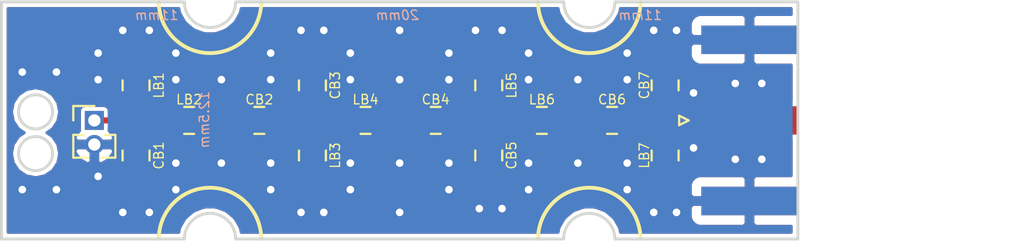
<source format=kicad_pcb>
(kicad_pcb (version 20171130) (host pcbnew "(5.0.1-3-g963ef8bb5)")

  (general
    (thickness 1.6)
    (drawings 22)
    (tracks 88)
    (zones 0)
    (modules 16)
    (nets 9)
  )

  (page A4)
  (layers
    (0 F.Cu signal)
    (31 B.Cu signal)
    (32 B.Adhes user)
    (33 F.Adhes user)
    (34 B.Paste user)
    (35 F.Paste user)
    (36 B.SilkS user)
    (37 F.SilkS user)
    (38 B.Mask user)
    (39 F.Mask user)
    (40 Dwgs.User user)
    (41 Cmts.User user)
    (42 Eco1.User user)
    (43 Eco2.User user)
    (44 Edge.Cuts user)
    (45 Margin user)
    (46 B.CrtYd user)
    (47 F.CrtYd user)
    (48 B.Fab user)
    (49 F.Fab user)
  )

  (setup
    (last_trace_width 0.32)
    (trace_clearance 0.2)
    (zone_clearance 0.2)
    (zone_45_only no)
    (trace_min 0.2)
    (segment_width 0.2)
    (edge_width 0.15)
    (via_size 0.8)
    (via_drill 0.4)
    (via_min_size 0.4)
    (via_min_drill 0.3)
    (uvia_size 0.3)
    (uvia_drill 0.1)
    (uvias_allowed no)
    (uvia_min_size 0.2)
    (uvia_min_drill 0.1)
    (pcb_text_width 0.3)
    (pcb_text_size 1.5 1.5)
    (mod_edge_width 0.15)
    (mod_text_size 1 1)
    (mod_text_width 0.15)
    (pad_size 1 1)
    (pad_drill 0.65)
    (pad_to_mask_clearance 0.051)
    (solder_mask_min_width 0.25)
    (aux_axis_origin 0 0)
    (visible_elements FFFFFF7F)
    (pcbplotparams
      (layerselection 0x010fc_ffffffff)
      (usegerberextensions false)
      (usegerberattributes false)
      (usegerberadvancedattributes false)
      (creategerberjobfile false)
      (excludeedgelayer true)
      (linewidth 0.050000)
      (plotframeref false)
      (viasonmask false)
      (mode 1)
      (useauxorigin false)
      (hpglpennumber 1)
      (hpglpenspeed 20)
      (hpglpendiameter 15.000000)
      (psnegative false)
      (psa4output false)
      (plotreference true)
      (plotvalue true)
      (plotinvisibletext false)
      (padsonsilk false)
      (subtractmaskfromsilk false)
      (outputformat 1)
      (mirror false)
      (drillshape 1)
      (scaleselection 1)
      (outputdirectory ""))
  )

  (net 0 "")
  (net 1 "Net-(CB1-Pad1)")
  (net 2 GND)
  (net 3 "Net-(CB2-Pad2)")
  (net 4 "Net-(CB2-Pad1)")
  (net 5 "Net-(CB4-Pad1)")
  (net 6 "Net-(CB4-Pad2)")
  (net 7 "Net-(CB6-Pad2)")
  (net 8 "Net-(CB6-Pad1)")

  (net_class Default "This is the default net class."
    (clearance 0.2)
    (trace_width 0.32)
    (via_dia 0.8)
    (via_drill 0.4)
    (uvia_dia 0.3)
    (uvia_drill 0.1)
    (add_net GND)
    (add_net "Net-(CB1-Pad1)")
    (add_net "Net-(CB2-Pad1)")
    (add_net "Net-(CB2-Pad2)")
    (add_net "Net-(CB4-Pad1)")
    (add_net "Net-(CB4-Pad2)")
    (add_net "Net-(CB6-Pad1)")
    (add_net "Net-(CB6-Pad2)")
  )

  (module Connector_PinHeader_1.27mm:PinHeader_1x02_P1.27mm_Vertical (layer F.Cu) (tedit 5C75799F) (tstamp 5C76D6C1)
    (at 55.3 50.85)
    (descr "Through hole straight pin header, 1x02, 1.27mm pitch, single row")
    (tags "Through hole pin header THT 1x02 1.27mm single row")
    (fp_text reference REF** (at 0 -1.695) (layer F.SilkS) hide
      (effects (font (size 1 1) (thickness 0.15)))
    )
    (fp_text value PinHeader_1x02_P1.27mm_Vertical (at 0 2.965) (layer F.Fab) hide
      (effects (font (size 1 1) (thickness 0.15)))
    )
    (fp_line (start -0.525 -0.635) (end 1.05 -0.635) (layer F.Fab) (width 0.1))
    (fp_line (start 1.05 -0.635) (end 1.05 1.905) (layer F.Fab) (width 0.1))
    (fp_line (start 1.05 1.905) (end -1.05 1.905) (layer F.Fab) (width 0.1))
    (fp_line (start -1.05 1.905) (end -1.05 -0.11) (layer F.Fab) (width 0.1))
    (fp_line (start -1.05 -0.11) (end -0.525 -0.635) (layer F.Fab) (width 0.1))
    (fp_line (start -1.11 1.965) (end -0.30753 1.965) (layer F.SilkS) (width 0.12))
    (fp_line (start 0.30753 1.965) (end 1.11 1.965) (layer F.SilkS) (width 0.12))
    (fp_line (start -1.11 0.76) (end -1.11 1.965) (layer F.SilkS) (width 0.12))
    (fp_line (start 1.11 0.76) (end 1.11 1.965) (layer F.SilkS) (width 0.12))
    (fp_line (start -1.11 0.76) (end -0.563471 0.76) (layer F.SilkS) (width 0.12))
    (fp_line (start 0.563471 0.76) (end 1.11 0.76) (layer F.SilkS) (width 0.12))
    (fp_line (start -1.11 0) (end -1.11 -0.76) (layer F.SilkS) (width 0.12))
    (fp_line (start -1.11 -0.76) (end 0 -0.76) (layer F.SilkS) (width 0.12))
    (fp_line (start -1.55 -1.15) (end -1.55 2.45) (layer F.CrtYd) (width 0.05))
    (fp_line (start -1.55 2.45) (end 1.55 2.45) (layer F.CrtYd) (width 0.05))
    (fp_line (start 1.55 2.45) (end 1.55 -1.15) (layer F.CrtYd) (width 0.05))
    (fp_line (start 1.55 -1.15) (end -1.55 -1.15) (layer F.CrtYd) (width 0.05))
    (fp_text user %R (at 0 0.635 90) (layer F.Fab) hide
      (effects (font (size 1 1) (thickness 0.15)))
    )
    (pad 1 thru_hole rect (at 0 0) (size 1 1) (drill 0.65) (layers *.Cu *.Mask)
      (net 1 "Net-(CB1-Pad1)"))
    (pad 2 thru_hole oval (at 0 1.27) (size 1 1) (drill 0.65) (layers *.Cu *.Mask)
      (net 2 GND))
    (model ${KISYS3DMOD}/Connector_PinHeader_1.27mm.3dshapes/PinHeader_1x02_P1.27mm_Vertical.wrl
      (at (xyz 0 0 0))
      (scale (xyz 1 1 1))
      (rotate (xyz 0 0 0))
    )
  )

  (module Capacitor_SMD:C_0805_2012Metric_Pad1.15x1.40mm_HandSolder (layer F.Cu) (tedit 5C750C64) (tstamp 5C818E19)
    (at 57.5 52.7 270)
    (descr "Capacitor SMD 0805 (2012 Metric), square (rectangular) end terminal, IPC_7351 nominal with elongated pad for handsoldering. (Body size source: https://docs.google.com/spreadsheets/d/1BsfQQcO9C6DZCsRaXUlFlo91Tg2WpOkGARC1WS5S8t0/edit?usp=sharing), generated with kicad-footprint-generator")
    (tags "capacitor handsolder")
    (path /5C7504AF)
    (attr smd)
    (fp_text reference CB1 (at 0 -1.2 270) (layer F.SilkS)
      (effects (font (size 0.5 0.5) (thickness 0.07)))
    )
    (fp_text value C (at 0 1.65 270) (layer F.Fab) hide
      (effects (font (size 1 1) (thickness 0.15)))
    )
    (fp_line (start -1 0.6) (end -1 -0.6) (layer F.Fab) (width 0.1))
    (fp_line (start -1 -0.6) (end 1 -0.6) (layer F.Fab) (width 0.1))
    (fp_line (start 1 -0.6) (end 1 0.6) (layer F.Fab) (width 0.1))
    (fp_line (start 1 0.6) (end -1 0.6) (layer F.Fab) (width 0.1))
    (fp_line (start -0.261252 -0.71) (end 0.261252 -0.71) (layer F.SilkS) (width 0.12))
    (fp_line (start -0.261252 0.71) (end 0.261252 0.71) (layer F.SilkS) (width 0.12))
    (fp_line (start -1.85 0.95) (end -1.85 -0.95) (layer F.CrtYd) (width 0.05))
    (fp_line (start -1.85 -0.95) (end 1.85 -0.95) (layer F.CrtYd) (width 0.05))
    (fp_line (start 1.85 -0.95) (end 1.85 0.95) (layer F.CrtYd) (width 0.05))
    (fp_line (start 1.85 0.95) (end -1.85 0.95) (layer F.CrtYd) (width 0.05))
    (fp_text user %R (at 0 0 270) (layer F.Fab) hide
      (effects (font (size 0.5 0.5) (thickness 0.08)))
    )
    (pad 1 smd roundrect (at -1.025 0 270) (size 1.15 1.4) (layers F.Cu F.Paste F.Mask) (roundrect_rratio 0.217391)
      (net 1 "Net-(CB1-Pad1)"))
    (pad 2 smd roundrect (at 1.025 0 270) (size 1.15 1.4) (layers F.Cu F.Paste F.Mask) (roundrect_rratio 0.217391)
      (net 2 GND))
    (model ${KISYS3DMOD}/Capacitor_SMD.3dshapes/C_0805_2012Metric.wrl
      (at (xyz 0 0 0))
      (scale (xyz 1 1 1))
      (rotate (xyz 0 0 0))
    )
  )

  (module Capacitor_SMD:C_0805_2012Metric_Pad1.15x1.40mm_HandSolder (layer F.Cu) (tedit 5C750CC2) (tstamp 5C818E2A)
    (at 64 50.85 180)
    (descr "Capacitor SMD 0805 (2012 Metric), square (rectangular) end terminal, IPC_7351 nominal with elongated pad for handsoldering. (Body size source: https://docs.google.com/spreadsheets/d/1BsfQQcO9C6DZCsRaXUlFlo91Tg2WpOkGARC1WS5S8t0/edit?usp=sharing), generated with kicad-footprint-generator")
    (tags "capacitor handsolder")
    (path /5C750543)
    (attr smd)
    (fp_text reference CB2 (at 0 1.1 180) (layer F.SilkS)
      (effects (font (size 0.5 0.5) (thickness 0.07)))
    )
    (fp_text value C (at 0 1.65 180) (layer F.Fab) hide
      (effects (font (size 1 1) (thickness 0.15)))
    )
    (fp_text user %R (at 0 0 180) (layer F.Fab) hide
      (effects (font (size 0.5 0.5) (thickness 0.08)))
    )
    (fp_line (start 1.85 0.95) (end -1.85 0.95) (layer F.CrtYd) (width 0.05))
    (fp_line (start 1.85 -0.95) (end 1.85 0.95) (layer F.CrtYd) (width 0.05))
    (fp_line (start -1.85 -0.95) (end 1.85 -0.95) (layer F.CrtYd) (width 0.05))
    (fp_line (start -1.85 0.95) (end -1.85 -0.95) (layer F.CrtYd) (width 0.05))
    (fp_line (start -0.261252 0.71) (end 0.261252 0.71) (layer F.SilkS) (width 0.12))
    (fp_line (start -0.261252 -0.71) (end 0.261252 -0.71) (layer F.SilkS) (width 0.12))
    (fp_line (start 1 0.6) (end -1 0.6) (layer F.Fab) (width 0.1))
    (fp_line (start 1 -0.6) (end 1 0.6) (layer F.Fab) (width 0.1))
    (fp_line (start -1 -0.6) (end 1 -0.6) (layer F.Fab) (width 0.1))
    (fp_line (start -1 0.6) (end -1 -0.6) (layer F.Fab) (width 0.1))
    (pad 2 smd roundrect (at 1.025 0 180) (size 1.15 1.4) (layers F.Cu F.Paste F.Mask) (roundrect_rratio 0.217391)
      (net 3 "Net-(CB2-Pad2)"))
    (pad 1 smd roundrect (at -1.025 0 180) (size 1.15 1.4) (layers F.Cu F.Paste F.Mask) (roundrect_rratio 0.217391)
      (net 4 "Net-(CB2-Pad1)"))
    (model ${KISYS3DMOD}/Capacitor_SMD.3dshapes/C_0805_2012Metric.wrl
      (at (xyz 0 0 0))
      (scale (xyz 1 1 1))
      (rotate (xyz 0 0 0))
    )
  )

  (module Capacitor_SMD:C_0805_2012Metric_Pad1.15x1.40mm_HandSolder (layer F.Cu) (tedit 5C750CDD) (tstamp 5C818E3B)
    (at 66.8 49 90)
    (descr "Capacitor SMD 0805 (2012 Metric), square (rectangular) end terminal, IPC_7351 nominal with elongated pad for handsoldering. (Body size source: https://docs.google.com/spreadsheets/d/1BsfQQcO9C6DZCsRaXUlFlo91Tg2WpOkGARC1WS5S8t0/edit?usp=sharing), generated with kicad-footprint-generator")
    (tags "capacitor handsolder")
    (path /5C75AA28)
    (attr smd)
    (fp_text reference CB3 (at 0 1.2 90) (layer F.SilkS)
      (effects (font (size 0.5 0.5) (thickness 0.07)))
    )
    (fp_text value C (at 0 1.65 90) (layer F.Fab) hide
      (effects (font (size 1 1) (thickness 0.15)))
    )
    (fp_line (start -1 0.6) (end -1 -0.6) (layer F.Fab) (width 0.1))
    (fp_line (start -1 -0.6) (end 1 -0.6) (layer F.Fab) (width 0.1))
    (fp_line (start 1 -0.6) (end 1 0.6) (layer F.Fab) (width 0.1))
    (fp_line (start 1 0.6) (end -1 0.6) (layer F.Fab) (width 0.1))
    (fp_line (start -0.261252 -0.71) (end 0.261252 -0.71) (layer F.SilkS) (width 0.12))
    (fp_line (start -0.261252 0.71) (end 0.261252 0.71) (layer F.SilkS) (width 0.12))
    (fp_line (start -1.85 0.95) (end -1.85 -0.95) (layer F.CrtYd) (width 0.05))
    (fp_line (start -1.85 -0.95) (end 1.85 -0.95) (layer F.CrtYd) (width 0.05))
    (fp_line (start 1.85 -0.95) (end 1.85 0.95) (layer F.CrtYd) (width 0.05))
    (fp_line (start 1.85 0.95) (end -1.85 0.95) (layer F.CrtYd) (width 0.05))
    (fp_text user %R (at 0 0 90) (layer F.Fab) hide
      (effects (font (size 0.5 0.5) (thickness 0.08)))
    )
    (pad 1 smd roundrect (at -1.025 0 90) (size 1.15 1.4) (layers F.Cu F.Paste F.Mask) (roundrect_rratio 0.217391)
      (net 4 "Net-(CB2-Pad1)"))
    (pad 2 smd roundrect (at 1.025 0 90) (size 1.15 1.4) (layers F.Cu F.Paste F.Mask) (roundrect_rratio 0.217391)
      (net 2 GND))
    (model ${KISYS3DMOD}/Capacitor_SMD.3dshapes/C_0805_2012Metric.wrl
      (at (xyz 0 0 0))
      (scale (xyz 1 1 1))
      (rotate (xyz 0 0 0))
    )
  )

  (module Capacitor_SMD:C_0805_2012Metric_Pad1.15x1.40mm_HandSolder (layer F.Cu) (tedit 5C75104E) (tstamp 5C818E4C)
    (at 73.3 50.85 180)
    (descr "Capacitor SMD 0805 (2012 Metric), square (rectangular) end terminal, IPC_7351 nominal with elongated pad for handsoldering. (Body size source: https://docs.google.com/spreadsheets/d/1BsfQQcO9C6DZCsRaXUlFlo91Tg2WpOkGARC1WS5S8t0/edit?usp=sharing), generated with kicad-footprint-generator")
    (tags "capacitor handsolder")
    (path /5C75C952)
    (attr smd)
    (fp_text reference CB4 (at 0 1.1 180) (layer F.SilkS)
      (effects (font (size 0.5 0.5) (thickness 0.07)))
    )
    (fp_text value C (at 0 1.65 180) (layer F.Fab) hide
      (effects (font (size 1 1) (thickness 0.15)))
    )
    (fp_line (start -1 0.6) (end -1 -0.6) (layer F.Fab) (width 0.1))
    (fp_line (start -1 -0.6) (end 1 -0.6) (layer F.Fab) (width 0.1))
    (fp_line (start 1 -0.6) (end 1 0.6) (layer F.Fab) (width 0.1))
    (fp_line (start 1 0.6) (end -1 0.6) (layer F.Fab) (width 0.1))
    (fp_line (start -0.261252 -0.71) (end 0.261252 -0.71) (layer F.SilkS) (width 0.12))
    (fp_line (start -0.261252 0.71) (end 0.261252 0.71) (layer F.SilkS) (width 0.12))
    (fp_line (start -1.85 0.95) (end -1.85 -0.95) (layer F.CrtYd) (width 0.05))
    (fp_line (start -1.85 -0.95) (end 1.85 -0.95) (layer F.CrtYd) (width 0.05))
    (fp_line (start 1.85 -0.95) (end 1.85 0.95) (layer F.CrtYd) (width 0.05))
    (fp_line (start 1.85 0.95) (end -1.85 0.95) (layer F.CrtYd) (width 0.05))
    (fp_text user %R (at 0 0 180) (layer F.Fab) hide
      (effects (font (size 0.5 0.5) (thickness 0.08)))
    )
    (pad 1 smd roundrect (at -1.025 0 180) (size 1.15 1.4) (layers F.Cu F.Paste F.Mask) (roundrect_rratio 0.217391)
      (net 5 "Net-(CB4-Pad1)"))
    (pad 2 smd roundrect (at 1.025 0 180) (size 1.15 1.4) (layers F.Cu F.Paste F.Mask) (roundrect_rratio 0.217391)
      (net 6 "Net-(CB4-Pad2)"))
    (model ${KISYS3DMOD}/Capacitor_SMD.3dshapes/C_0805_2012Metric.wrl
      (at (xyz 0 0 0))
      (scale (xyz 1 1 1))
      (rotate (xyz 0 0 0))
    )
  )

  (module Capacitor_SMD:C_0805_2012Metric_Pad1.15x1.40mm_HandSolder (layer F.Cu) (tedit 5C751053) (tstamp 5C818E5D)
    (at 76.1 52.7 270)
    (descr "Capacitor SMD 0805 (2012 Metric), square (rectangular) end terminal, IPC_7351 nominal with elongated pad for handsoldering. (Body size source: https://docs.google.com/spreadsheets/d/1BsfQQcO9C6DZCsRaXUlFlo91Tg2WpOkGARC1WS5S8t0/edit?usp=sharing), generated with kicad-footprint-generator")
    (tags "capacitor handsolder")
    (path /5C75AA5B)
    (attr smd)
    (fp_text reference CB5 (at 0 -1.2 270) (layer F.SilkS)
      (effects (font (size 0.5 0.5) (thickness 0.07)))
    )
    (fp_text value C (at 0 1.65 270) (layer F.Fab) hide
      (effects (font (size 1 1) (thickness 0.15)))
    )
    (fp_text user %R (at 0 0 270) (layer F.Fab) hide
      (effects (font (size 0.5 0.5) (thickness 0.08)))
    )
    (fp_line (start 1.85 0.95) (end -1.85 0.95) (layer F.CrtYd) (width 0.05))
    (fp_line (start 1.85 -0.95) (end 1.85 0.95) (layer F.CrtYd) (width 0.05))
    (fp_line (start -1.85 -0.95) (end 1.85 -0.95) (layer F.CrtYd) (width 0.05))
    (fp_line (start -1.85 0.95) (end -1.85 -0.95) (layer F.CrtYd) (width 0.05))
    (fp_line (start -0.261252 0.71) (end 0.261252 0.71) (layer F.SilkS) (width 0.12))
    (fp_line (start -0.261252 -0.71) (end 0.261252 -0.71) (layer F.SilkS) (width 0.12))
    (fp_line (start 1 0.6) (end -1 0.6) (layer F.Fab) (width 0.1))
    (fp_line (start 1 -0.6) (end 1 0.6) (layer F.Fab) (width 0.1))
    (fp_line (start -1 -0.6) (end 1 -0.6) (layer F.Fab) (width 0.1))
    (fp_line (start -1 0.6) (end -1 -0.6) (layer F.Fab) (width 0.1))
    (pad 2 smd roundrect (at 1.025 0 270) (size 1.15 1.4) (layers F.Cu F.Paste F.Mask) (roundrect_rratio 0.217391)
      (net 2 GND))
    (pad 1 smd roundrect (at -1.025 0 270) (size 1.15 1.4) (layers F.Cu F.Paste F.Mask) (roundrect_rratio 0.217391)
      (net 5 "Net-(CB4-Pad1)"))
    (model ${KISYS3DMOD}/Capacitor_SMD.3dshapes/C_0805_2012Metric.wrl
      (at (xyz 0 0 0))
      (scale (xyz 1 1 1))
      (rotate (xyz 0 0 0))
    )
  )

  (module Capacitor_SMD:C_0805_2012Metric_Pad1.15x1.40mm_HandSolder (layer F.Cu) (tedit 5C751067) (tstamp 5C818E6E)
    (at 82.6 50.85 180)
    (descr "Capacitor SMD 0805 (2012 Metric), square (rectangular) end terminal, IPC_7351 nominal with elongated pad for handsoldering. (Body size source: https://docs.google.com/spreadsheets/d/1BsfQQcO9C6DZCsRaXUlFlo91Tg2WpOkGARC1WS5S8t0/edit?usp=sharing), generated with kicad-footprint-generator")
    (tags "capacitor handsolder")
    (path /5C75C9C3)
    (attr smd)
    (fp_text reference CB6 (at 0 1.1 180) (layer F.SilkS)
      (effects (font (size 0.5 0.5) (thickness 0.07)))
    )
    (fp_text value C (at 0 1.65 180) (layer F.Fab) hide
      (effects (font (size 1 1) (thickness 0.15)))
    )
    (fp_text user %R (at 0 0 180) (layer F.Fab) hide
      (effects (font (size 0.5 0.5) (thickness 0.08)))
    )
    (fp_line (start 1.85 0.95) (end -1.85 0.95) (layer F.CrtYd) (width 0.05))
    (fp_line (start 1.85 -0.95) (end 1.85 0.95) (layer F.CrtYd) (width 0.05))
    (fp_line (start -1.85 -0.95) (end 1.85 -0.95) (layer F.CrtYd) (width 0.05))
    (fp_line (start -1.85 0.95) (end -1.85 -0.95) (layer F.CrtYd) (width 0.05))
    (fp_line (start -0.261252 0.71) (end 0.261252 0.71) (layer F.SilkS) (width 0.12))
    (fp_line (start -0.261252 -0.71) (end 0.261252 -0.71) (layer F.SilkS) (width 0.12))
    (fp_line (start 1 0.6) (end -1 0.6) (layer F.Fab) (width 0.1))
    (fp_line (start 1 -0.6) (end 1 0.6) (layer F.Fab) (width 0.1))
    (fp_line (start -1 -0.6) (end 1 -0.6) (layer F.Fab) (width 0.1))
    (fp_line (start -1 0.6) (end -1 -0.6) (layer F.Fab) (width 0.1))
    (pad 2 smd roundrect (at 1.025 0 180) (size 1.15 1.4) (layers F.Cu F.Paste F.Mask) (roundrect_rratio 0.217391)
      (net 7 "Net-(CB6-Pad2)"))
    (pad 1 smd roundrect (at -1.025 0 180) (size 1.15 1.4) (layers F.Cu F.Paste F.Mask) (roundrect_rratio 0.217391)
      (net 8 "Net-(CB6-Pad1)"))
    (model ${KISYS3DMOD}/Capacitor_SMD.3dshapes/C_0805_2012Metric.wrl
      (at (xyz 0 0 0))
      (scale (xyz 1 1 1))
      (rotate (xyz 0 0 0))
    )
  )

  (module Connector_Coaxial:SMA_Amphenol_132289_EdgeMount (layer F.Cu) (tedit 5C780FE5) (tstamp 5C818EF8)
    (at 89.85 50.85)
    (descr http://www.amphenolrf.com/132289.html)
    (tags SMA)
    (path /5C750ABF)
    (attr smd)
    (fp_text reference JB-OUT1 (at -3.45 -3.95 90) (layer F.SilkS) hide
      (effects (font (size 0.5 0.5) (thickness 0.07)))
    )
    (fp_text value Conn_Coaxial (at 5 6) (layer F.Fab) hide
      (effects (font (size 1 1) (thickness 0.15)))
    )
    (fp_line (start -1.91 5.08) (end 4.445 5.08) (layer F.Fab) (width 0.1))
    (fp_line (start -1.91 3.81) (end -1.91 5.08) (layer F.Fab) (width 0.1))
    (fp_line (start 2.54 3.81) (end -1.91 3.81) (layer F.Fab) (width 0.1))
    (fp_line (start 2.54 -3.81) (end 2.54 3.81) (layer F.Fab) (width 0.1))
    (fp_line (start -1.91 -3.81) (end 2.54 -3.81) (layer F.Fab) (width 0.1))
    (fp_line (start -1.91 -5.08) (end -1.91 -3.81) (layer F.Fab) (width 0.1))
    (fp_line (start -1.91 -5.08) (end 4.445 -5.08) (layer F.Fab) (width 0.1))
    (fp_line (start 4.445 -3.81) (end 4.445 -5.08) (layer F.Fab) (width 0.1))
    (fp_line (start 4.445 5.08) (end 4.445 3.81) (layer F.Fab) (width 0.1))
    (fp_line (start 13.97 3.81) (end 4.445 3.81) (layer F.Fab) (width 0.1))
    (fp_line (start 13.97 -3.81) (end 13.97 3.81) (layer F.Fab) (width 0.1))
    (fp_line (start 4.445 -3.81) (end 13.97 -3.81) (layer F.Fab) (width 0.1))
    (fp_line (start -3.04 5.58) (end -3.04 -5.58) (layer B.CrtYd) (width 0.05))
    (fp_line (start 14.47 5.58) (end -3.04 5.58) (layer B.CrtYd) (width 0.05))
    (fp_line (start 14.47 -5.58) (end 14.47 5.58) (layer B.CrtYd) (width 0.05))
    (fp_line (start 14.47 -5.58) (end -3.04 -5.58) (layer B.CrtYd) (width 0.05))
    (fp_line (start -3.04 5.58) (end -3.04 -5.58) (layer F.CrtYd) (width 0.05))
    (fp_line (start 14.47 5.58) (end -3.04 5.58) (layer F.CrtYd) (width 0.05))
    (fp_line (start 14.47 -5.58) (end 14.47 5.58) (layer F.CrtYd) (width 0.05))
    (fp_line (start 14.47 -5.58) (end -3.04 -5.58) (layer F.CrtYd) (width 0.05))
    (fp_text user %R (at 4.79 0 -90) (layer F.Fab) hide
      (effects (font (size 1 1) (thickness 0.15)))
    )
    (fp_line (start 2.54 -0.75) (end 3.54 0) (layer F.Fab) (width 0.1))
    (fp_line (start 3.54 0) (end 2.54 0.75) (layer F.Fab) (width 0.1))
    (fp_line (start -3.21 0) (end -3.71 -0.25) (layer F.SilkS) (width 0.12))
    (fp_line (start -3.71 -0.25) (end -3.71 0.25) (layer F.SilkS) (width 0.12))
    (fp_line (start -3.71 0.25) (end -3.21 0) (layer F.SilkS) (width 0.12))
    (pad 1 smd rect (at 0 0 90) (size 1.5 5.08) (layers F.Cu F.Paste F.Mask)
      (net 8 "Net-(CB6-Pad1)"))
    (pad 2 smd rect (at 0 -4.25 90) (size 1.5 5.08) (layers F.Cu F.Paste F.Mask)
      (net 2 GND))
    (pad 2 smd rect (at 0 4.25 90) (size 1.5 5.08) (layers F.Cu F.Paste F.Mask)
      (net 2 GND))
    (pad 2 smd rect (at 0 -4.25 90) (size 1.5 5.08) (layers B.Cu B.Paste B.Mask)
      (net 2 GND))
    (pad 2 smd rect (at 0 4.25 90) (size 1.5 5.08) (layers B.Cu B.Paste B.Mask)
      (net 2 GND))
    (model ${KISYS3DMOD}/Connector_Coaxial.3dshapes/SMA_Amphenol_132289_EdgeMount.wrl
      (at (xyz 0 0 0))
      (scale (xyz 1 1 1))
      (rotate (xyz 0 0 0))
    )
  )

  (module Inductor_SMD:L_0805_2012Metric_Pad1.15x1.40mm_HandSolder (layer F.Cu) (tedit 5C750C72) (tstamp 5C818F4F)
    (at 57.5 49 90)
    (descr "Capacitor SMD 0805 (2012 Metric), square (rectangular) end terminal, IPC_7351 nominal with elongated pad for handsoldering. (Body size source: https://docs.google.com/spreadsheets/d/1BsfQQcO9C6DZCsRaXUlFlo91Tg2WpOkGARC1WS5S8t0/edit?usp=sharing), generated with kicad-footprint-generator")
    (tags "inductor handsolder")
    (path /5C75045A)
    (attr smd)
    (fp_text reference LB1 (at 0 1.2 90) (layer F.SilkS)
      (effects (font (size 0.5 0.5) (thickness 0.07)))
    )
    (fp_text value L (at 0 1.65 90) (layer F.Fab) hide
      (effects (font (size 1 1) (thickness 0.15)))
    )
    (fp_line (start -1 0.6) (end -1 -0.6) (layer F.Fab) (width 0.1))
    (fp_line (start -1 -0.6) (end 1 -0.6) (layer F.Fab) (width 0.1))
    (fp_line (start 1 -0.6) (end 1 0.6) (layer F.Fab) (width 0.1))
    (fp_line (start 1 0.6) (end -1 0.6) (layer F.Fab) (width 0.1))
    (fp_line (start -0.261252 -0.71) (end 0.261252 -0.71) (layer F.SilkS) (width 0.12))
    (fp_line (start -0.261252 0.71) (end 0.261252 0.71) (layer F.SilkS) (width 0.12))
    (fp_line (start -1.85 0.95) (end -1.85 -0.95) (layer F.CrtYd) (width 0.05))
    (fp_line (start -1.85 -0.95) (end 1.85 -0.95) (layer F.CrtYd) (width 0.05))
    (fp_line (start 1.85 -0.95) (end 1.85 0.95) (layer F.CrtYd) (width 0.05))
    (fp_line (start 1.85 0.95) (end -1.85 0.95) (layer F.CrtYd) (width 0.05))
    (fp_text user %R (at 0 0 90) (layer F.Fab) hide
      (effects (font (size 0.5 0.5) (thickness 0.08)))
    )
    (pad 1 smd roundrect (at -1.025 0 90) (size 1.15 1.4) (layers F.Cu F.Paste F.Mask) (roundrect_rratio 0.217391)
      (net 1 "Net-(CB1-Pad1)"))
    (pad 2 smd roundrect (at 1.025 0 90) (size 1.15 1.4) (layers F.Cu F.Paste F.Mask) (roundrect_rratio 0.217391)
      (net 2 GND))
    (model ${KISYS3DMOD}/Inductor_SMD.3dshapes/L_0805_2012Metric.wrl
      (at (xyz 0 0 0))
      (scale (xyz 1 1 1))
      (rotate (xyz 0 0 0))
    )
  )

  (module Inductor_SMD:L_0805_2012Metric_Pad1.15x1.40mm_HandSolder (layer F.Cu) (tedit 5C750C6A) (tstamp 5C818F60)
    (at 60.3 50.85)
    (descr "Capacitor SMD 0805 (2012 Metric), square (rectangular) end terminal, IPC_7351 nominal with elongated pad for handsoldering. (Body size source: https://docs.google.com/spreadsheets/d/1BsfQQcO9C6DZCsRaXUlFlo91Tg2WpOkGARC1WS5S8t0/edit?usp=sharing), generated with kicad-footprint-generator")
    (tags "inductor handsolder")
    (path /5C75059B)
    (attr smd)
    (fp_text reference LB2 (at 0 -1.1) (layer F.SilkS)
      (effects (font (size 0.5 0.5) (thickness 0.07)))
    )
    (fp_text value L (at 0 1.65) (layer F.Fab) hide
      (effects (font (size 1 1) (thickness 0.15)))
    )
    (fp_text user %R (at 0 0) (layer F.Fab) hide
      (effects (font (size 0.5 0.5) (thickness 0.08)))
    )
    (fp_line (start 1.85 0.95) (end -1.85 0.95) (layer F.CrtYd) (width 0.05))
    (fp_line (start 1.85 -0.95) (end 1.85 0.95) (layer F.CrtYd) (width 0.05))
    (fp_line (start -1.85 -0.95) (end 1.85 -0.95) (layer F.CrtYd) (width 0.05))
    (fp_line (start -1.85 0.95) (end -1.85 -0.95) (layer F.CrtYd) (width 0.05))
    (fp_line (start -0.261252 0.71) (end 0.261252 0.71) (layer F.SilkS) (width 0.12))
    (fp_line (start -0.261252 -0.71) (end 0.261252 -0.71) (layer F.SilkS) (width 0.12))
    (fp_line (start 1 0.6) (end -1 0.6) (layer F.Fab) (width 0.1))
    (fp_line (start 1 -0.6) (end 1 0.6) (layer F.Fab) (width 0.1))
    (fp_line (start -1 -0.6) (end 1 -0.6) (layer F.Fab) (width 0.1))
    (fp_line (start -1 0.6) (end -1 -0.6) (layer F.Fab) (width 0.1))
    (pad 2 smd roundrect (at 1.025 0) (size 1.15 1.4) (layers F.Cu F.Paste F.Mask) (roundrect_rratio 0.217391)
      (net 3 "Net-(CB2-Pad2)"))
    (pad 1 smd roundrect (at -1.025 0) (size 1.15 1.4) (layers F.Cu F.Paste F.Mask) (roundrect_rratio 0.217391)
      (net 1 "Net-(CB1-Pad1)"))
    (model ${KISYS3DMOD}/Inductor_SMD.3dshapes/L_0805_2012Metric.wrl
      (at (xyz 0 0 0))
      (scale (xyz 1 1 1))
      (rotate (xyz 0 0 0))
    )
  )

  (module Inductor_SMD:L_0805_2012Metric_Pad1.15x1.40mm_HandSolder (layer F.Cu) (tedit 5C750CCD) (tstamp 5C818F71)
    (at 66.8 52.7 270)
    (descr "Capacitor SMD 0805 (2012 Metric), square (rectangular) end terminal, IPC_7351 nominal with elongated pad for handsoldering. (Body size source: https://docs.google.com/spreadsheets/d/1BsfQQcO9C6DZCsRaXUlFlo91Tg2WpOkGARC1WS5S8t0/edit?usp=sharing), generated with kicad-footprint-generator")
    (tags "inductor handsolder")
    (path /5C75A9C2)
    (attr smd)
    (fp_text reference LB3 (at 0 -1.2 270) (layer F.SilkS)
      (effects (font (size 0.5 0.5) (thickness 0.07)))
    )
    (fp_text value L (at 0 1.65 270) (layer F.Fab) hide
      (effects (font (size 1 1) (thickness 0.15)))
    )
    (fp_line (start -1 0.6) (end -1 -0.6) (layer F.Fab) (width 0.1))
    (fp_line (start -1 -0.6) (end 1 -0.6) (layer F.Fab) (width 0.1))
    (fp_line (start 1 -0.6) (end 1 0.6) (layer F.Fab) (width 0.1))
    (fp_line (start 1 0.6) (end -1 0.6) (layer F.Fab) (width 0.1))
    (fp_line (start -0.261252 -0.71) (end 0.261252 -0.71) (layer F.SilkS) (width 0.12))
    (fp_line (start -0.261252 0.71) (end 0.261252 0.71) (layer F.SilkS) (width 0.12))
    (fp_line (start -1.85 0.95) (end -1.85 -0.95) (layer F.CrtYd) (width 0.05))
    (fp_line (start -1.85 -0.95) (end 1.85 -0.95) (layer F.CrtYd) (width 0.05))
    (fp_line (start 1.85 -0.95) (end 1.85 0.95) (layer F.CrtYd) (width 0.05))
    (fp_line (start 1.85 0.95) (end -1.85 0.95) (layer F.CrtYd) (width 0.05))
    (fp_text user %R (at 0 0 270) (layer F.Fab) hide
      (effects (font (size 0.5 0.5) (thickness 0.08)))
    )
    (pad 1 smd roundrect (at -1.025 0 270) (size 1.15 1.4) (layers F.Cu F.Paste F.Mask) (roundrect_rratio 0.217391)
      (net 4 "Net-(CB2-Pad1)"))
    (pad 2 smd roundrect (at 1.025 0 270) (size 1.15 1.4) (layers F.Cu F.Paste F.Mask) (roundrect_rratio 0.217391)
      (net 2 GND))
    (model ${KISYS3DMOD}/Inductor_SMD.3dshapes/L_0805_2012Metric.wrl
      (at (xyz 0 0 0))
      (scale (xyz 1 1 1))
      (rotate (xyz 0 0 0))
    )
  )

  (module Inductor_SMD:L_0805_2012Metric_Pad1.15x1.40mm_HandSolder (layer F.Cu) (tedit 5C750CF2) (tstamp 5C818F82)
    (at 69.6 50.85)
    (descr "Capacitor SMD 0805 (2012 Metric), square (rectangular) end terminal, IPC_7351 nominal with elongated pad for handsoldering. (Body size source: https://docs.google.com/spreadsheets/d/1BsfQQcO9C6DZCsRaXUlFlo91Tg2WpOkGARC1WS5S8t0/edit?usp=sharing), generated with kicad-footprint-generator")
    (tags "inductor handsolder")
    (path /5C75BB96)
    (attr smd)
    (fp_text reference LB4 (at 0 -1.1) (layer F.SilkS)
      (effects (font (size 0.5 0.5) (thickness 0.07)))
    )
    (fp_text value L (at 0 1.65) (layer F.Fab) hide
      (effects (font (size 1 1) (thickness 0.15)))
    )
    (fp_line (start -1 0.6) (end -1 -0.6) (layer F.Fab) (width 0.1))
    (fp_line (start -1 -0.6) (end 1 -0.6) (layer F.Fab) (width 0.1))
    (fp_line (start 1 -0.6) (end 1 0.6) (layer F.Fab) (width 0.1))
    (fp_line (start 1 0.6) (end -1 0.6) (layer F.Fab) (width 0.1))
    (fp_line (start -0.261252 -0.71) (end 0.261252 -0.71) (layer F.SilkS) (width 0.12))
    (fp_line (start -0.261252 0.71) (end 0.261252 0.71) (layer F.SilkS) (width 0.12))
    (fp_line (start -1.85 0.95) (end -1.85 -0.95) (layer F.CrtYd) (width 0.05))
    (fp_line (start -1.85 -0.95) (end 1.85 -0.95) (layer F.CrtYd) (width 0.05))
    (fp_line (start 1.85 -0.95) (end 1.85 0.95) (layer F.CrtYd) (width 0.05))
    (fp_line (start 1.85 0.95) (end -1.85 0.95) (layer F.CrtYd) (width 0.05))
    (fp_text user %R (at 0 0) (layer F.Fab) hide
      (effects (font (size 0.5 0.5) (thickness 0.08)))
    )
    (pad 1 smd roundrect (at -1.025 0) (size 1.15 1.4) (layers F.Cu F.Paste F.Mask) (roundrect_rratio 0.217391)
      (net 4 "Net-(CB2-Pad1)"))
    (pad 2 smd roundrect (at 1.025 0) (size 1.15 1.4) (layers F.Cu F.Paste F.Mask) (roundrect_rratio 0.217391)
      (net 6 "Net-(CB4-Pad2)"))
    (model ${KISYS3DMOD}/Inductor_SMD.3dshapes/L_0805_2012Metric.wrl
      (at (xyz 0 0 0))
      (scale (xyz 1 1 1))
      (rotate (xyz 0 0 0))
    )
  )

  (module Inductor_SMD:L_0805_2012Metric_Pad1.15x1.40mm_HandSolder (layer F.Cu) (tedit 5C751059) (tstamp 5C818F93)
    (at 76.1 49 90)
    (descr "Capacitor SMD 0805 (2012 Metric), square (rectangular) end terminal, IPC_7351 nominal with elongated pad for handsoldering. (Body size source: https://docs.google.com/spreadsheets/d/1BsfQQcO9C6DZCsRaXUlFlo91Tg2WpOkGARC1WS5S8t0/edit?usp=sharing), generated with kicad-footprint-generator")
    (tags "inductor handsolder")
    (path /5C75A9F8)
    (attr smd)
    (fp_text reference LB5 (at 0 1.2 90) (layer F.SilkS)
      (effects (font (size 0.5 0.5) (thickness 0.07)))
    )
    (fp_text value L (at 0 1.65 90) (layer F.Fab) hide
      (effects (font (size 1 1) (thickness 0.15)))
    )
    (fp_text user %R (at 0 0 90) (layer F.Fab) hide
      (effects (font (size 0.5 0.5) (thickness 0.08)))
    )
    (fp_line (start 1.85 0.95) (end -1.85 0.95) (layer F.CrtYd) (width 0.05))
    (fp_line (start 1.85 -0.95) (end 1.85 0.95) (layer F.CrtYd) (width 0.05))
    (fp_line (start -1.85 -0.95) (end 1.85 -0.95) (layer F.CrtYd) (width 0.05))
    (fp_line (start -1.85 0.95) (end -1.85 -0.95) (layer F.CrtYd) (width 0.05))
    (fp_line (start -0.261252 0.71) (end 0.261252 0.71) (layer F.SilkS) (width 0.12))
    (fp_line (start -0.261252 -0.71) (end 0.261252 -0.71) (layer F.SilkS) (width 0.12))
    (fp_line (start 1 0.6) (end -1 0.6) (layer F.Fab) (width 0.1))
    (fp_line (start 1 -0.6) (end 1 0.6) (layer F.Fab) (width 0.1))
    (fp_line (start -1 -0.6) (end 1 -0.6) (layer F.Fab) (width 0.1))
    (fp_line (start -1 0.6) (end -1 -0.6) (layer F.Fab) (width 0.1))
    (pad 2 smd roundrect (at 1.025 0 90) (size 1.15 1.4) (layers F.Cu F.Paste F.Mask) (roundrect_rratio 0.217391)
      (net 2 GND))
    (pad 1 smd roundrect (at -1.025 0 90) (size 1.15 1.4) (layers F.Cu F.Paste F.Mask) (roundrect_rratio 0.217391)
      (net 5 "Net-(CB4-Pad1)"))
    (model ${KISYS3DMOD}/Inductor_SMD.3dshapes/L_0805_2012Metric.wrl
      (at (xyz 0 0 0))
      (scale (xyz 1 1 1))
      (rotate (xyz 0 0 0))
    )
  )

  (module Inductor_SMD:L_0805_2012Metric_Pad1.15x1.40mm_HandSolder (layer F.Cu) (tedit 5C751060) (tstamp 5C818FA4)
    (at 78.9 50.85)
    (descr "Capacitor SMD 0805 (2012 Metric), square (rectangular) end terminal, IPC_7351 nominal with elongated pad for handsoldering. (Body size source: https://docs.google.com/spreadsheets/d/1BsfQQcO9C6DZCsRaXUlFlo91Tg2WpOkGARC1WS5S8t0/edit?usp=sharing), generated with kicad-footprint-generator")
    (tags "inductor handsolder")
    (path /5C75C98D)
    (attr smd)
    (fp_text reference LB6 (at 0 -1.1) (layer F.SilkS)
      (effects (font (size 0.5 0.5) (thickness 0.07)))
    )
    (fp_text value L (at 0 1.65) (layer F.Fab) hide
      (effects (font (size 1 1) (thickness 0.15)))
    )
    (fp_text user %R (at 0 0) (layer F.Fab) hide
      (effects (font (size 0.5 0.5) (thickness 0.08)))
    )
    (fp_line (start 1.85 0.95) (end -1.85 0.95) (layer F.CrtYd) (width 0.05))
    (fp_line (start 1.85 -0.95) (end 1.85 0.95) (layer F.CrtYd) (width 0.05))
    (fp_line (start -1.85 -0.95) (end 1.85 -0.95) (layer F.CrtYd) (width 0.05))
    (fp_line (start -1.85 0.95) (end -1.85 -0.95) (layer F.CrtYd) (width 0.05))
    (fp_line (start -0.261252 0.71) (end 0.261252 0.71) (layer F.SilkS) (width 0.12))
    (fp_line (start -0.261252 -0.71) (end 0.261252 -0.71) (layer F.SilkS) (width 0.12))
    (fp_line (start 1 0.6) (end -1 0.6) (layer F.Fab) (width 0.1))
    (fp_line (start 1 -0.6) (end 1 0.6) (layer F.Fab) (width 0.1))
    (fp_line (start -1 -0.6) (end 1 -0.6) (layer F.Fab) (width 0.1))
    (fp_line (start -1 0.6) (end -1 -0.6) (layer F.Fab) (width 0.1))
    (pad 2 smd roundrect (at 1.025 0) (size 1.15 1.4) (layers F.Cu F.Paste F.Mask) (roundrect_rratio 0.217391)
      (net 7 "Net-(CB6-Pad2)"))
    (pad 1 smd roundrect (at -1.025 0) (size 1.15 1.4) (layers F.Cu F.Paste F.Mask) (roundrect_rratio 0.217391)
      (net 5 "Net-(CB4-Pad1)"))
    (model ${KISYS3DMOD}/Inductor_SMD.3dshapes/L_0805_2012Metric.wrl
      (at (xyz 0 0 0))
      (scale (xyz 1 1 1))
      (rotate (xyz 0 0 0))
    )
  )

  (module Capacitor_SMD:C_0805_2012Metric_Pad1.15x1.40mm_HandSolder (layer F.Cu) (tedit 5C751074) (tstamp 5C819F98)
    (at 85.4 49 90)
    (descr "Capacitor SMD 0805 (2012 Metric), square (rectangular) end terminal, IPC_7351 nominal with elongated pad for handsoldering. (Body size source: https://docs.google.com/spreadsheets/d/1BsfQQcO9C6DZCsRaXUlFlo91Tg2WpOkGARC1WS5S8t0/edit?usp=sharing), generated with kicad-footprint-generator")
    (tags "capacitor handsolder")
    (path /5C7849BC)
    (attr smd)
    (fp_text reference CB7 (at 0 -1.1 90) (layer F.SilkS)
      (effects (font (size 0.5 0.5) (thickness 0.07)))
    )
    (fp_text value C (at 0 1.65 90) (layer F.Fab) hide
      (effects (font (size 1 1) (thickness 0.15)))
    )
    (fp_line (start -1 0.6) (end -1 -0.6) (layer F.Fab) (width 0.1))
    (fp_line (start -1 -0.6) (end 1 -0.6) (layer F.Fab) (width 0.1))
    (fp_line (start 1 -0.6) (end 1 0.6) (layer F.Fab) (width 0.1))
    (fp_line (start 1 0.6) (end -1 0.6) (layer F.Fab) (width 0.1))
    (fp_line (start -0.261252 -0.71) (end 0.261252 -0.71) (layer F.SilkS) (width 0.12))
    (fp_line (start -0.261252 0.71) (end 0.261252 0.71) (layer F.SilkS) (width 0.12))
    (fp_line (start -1.85 0.95) (end -1.85 -0.95) (layer F.CrtYd) (width 0.05))
    (fp_line (start -1.85 -0.95) (end 1.85 -0.95) (layer F.CrtYd) (width 0.05))
    (fp_line (start 1.85 -0.95) (end 1.85 0.95) (layer F.CrtYd) (width 0.05))
    (fp_line (start 1.85 0.95) (end -1.85 0.95) (layer F.CrtYd) (width 0.05))
    (fp_text user %R (at 0 0 90) (layer F.Fab) hide
      (effects (font (size 0.5 0.5) (thickness 0.08)))
    )
    (pad 1 smd roundrect (at -1.025 0 90) (size 1.15 1.4) (layers F.Cu F.Paste F.Mask) (roundrect_rratio 0.217391)
      (net 8 "Net-(CB6-Pad1)"))
    (pad 2 smd roundrect (at 1.025 0 90) (size 1.15 1.4) (layers F.Cu F.Paste F.Mask) (roundrect_rratio 0.217391)
      (net 2 GND))
    (model ${KISYS3DMOD}/Capacitor_SMD.3dshapes/C_0805_2012Metric.wrl
      (at (xyz 0 0 0))
      (scale (xyz 1 1 1))
      (rotate (xyz 0 0 0))
    )
  )

  (module Inductor_SMD:L_0805_2012Metric_Pad1.15x1.40mm_HandSolder (layer F.Cu) (tedit 5C751071) (tstamp 5C819FA9)
    (at 85.4 52.7 270)
    (descr "Capacitor SMD 0805 (2012 Metric), square (rectangular) end terminal, IPC_7351 nominal with elongated pad for handsoldering. (Body size source: https://docs.google.com/spreadsheets/d/1BsfQQcO9C6DZCsRaXUlFlo91Tg2WpOkGARC1WS5S8t0/edit?usp=sharing), generated with kicad-footprint-generator")
    (tags "inductor handsolder")
    (path /5C78496B)
    (attr smd)
    (fp_text reference LB7 (at 0 1.1 270) (layer F.SilkS)
      (effects (font (size 0.5 0.5) (thickness 0.07)))
    )
    (fp_text value L (at 0 1.65 270) (layer F.Fab) hide
      (effects (font (size 1 1) (thickness 0.15)))
    )
    (fp_line (start -1 0.6) (end -1 -0.6) (layer F.Fab) (width 0.1))
    (fp_line (start -1 -0.6) (end 1 -0.6) (layer F.Fab) (width 0.1))
    (fp_line (start 1 -0.6) (end 1 0.6) (layer F.Fab) (width 0.1))
    (fp_line (start 1 0.6) (end -1 0.6) (layer F.Fab) (width 0.1))
    (fp_line (start -0.261252 -0.71) (end 0.261252 -0.71) (layer F.SilkS) (width 0.12))
    (fp_line (start -0.261252 0.71) (end 0.261252 0.71) (layer F.SilkS) (width 0.12))
    (fp_line (start -1.85 0.95) (end -1.85 -0.95) (layer F.CrtYd) (width 0.05))
    (fp_line (start -1.85 -0.95) (end 1.85 -0.95) (layer F.CrtYd) (width 0.05))
    (fp_line (start 1.85 -0.95) (end 1.85 0.95) (layer F.CrtYd) (width 0.05))
    (fp_line (start 1.85 0.95) (end -1.85 0.95) (layer F.CrtYd) (width 0.05))
    (fp_text user %R (at 0 0 270) (layer F.Fab) hide
      (effects (font (size 0.5 0.5) (thickness 0.08)))
    )
    (pad 1 smd roundrect (at -1.025 0 270) (size 1.15 1.4) (layers F.Cu F.Paste F.Mask) (roundrect_rratio 0.217391)
      (net 8 "Net-(CB6-Pad1)"))
    (pad 2 smd roundrect (at 1.025 0 270) (size 1.15 1.4) (layers F.Cu F.Paste F.Mask) (roundrect_rratio 0.217391)
      (net 2 GND))
    (model ${KISYS3DMOD}/Inductor_SMD.3dshapes/L_0805_2012Metric.wrl
      (at (xyz 0 0 0))
      (scale (xyz 1 1 1))
      (rotate (xyz 0 0 0))
    )
  )

  (gr_text 11mm (at 84.1 45.3) (layer B.SilkS) (tstamp 5C781B36)
    (effects (font (size 0.5 0.5) (thickness 0.07) italic) (justify mirror))
  )
  (gr_text 12.5mm (at 61.1 50.8 90) (layer B.SilkS) (tstamp 5C76DFB8)
    (effects (font (size 0.5 0.5) (thickness 0.07) italic) (justify mirror))
  )
  (gr_text 20mm (at 71.3 45.3) (layer B.SilkS) (tstamp 5C76DF5B)
    (effects (font (size 0.5 0.5) (thickness 0.07) italic) (justify mirror))
  )
  (gr_text 11mm (at 58.6 45.3) (layer B.SilkS)
    (effects (font (size 0.5 0.5) (thickness 0.07) italic) (justify mirror))
  )
  (gr_circle (center 52.2 52.6) (end 53.1 52.6) (layer Edge.Cuts) (width 0.15) (tstamp 5C76DD71))
  (gr_circle (center 52.2 50.4) (end 53.1 50.4) (layer Edge.Cuts) (width 0.15))
  (gr_arc (start 61.4 57.1) (end 58.699538 57.1) (angle 180) (layer F.SilkS) (width 0.2) (tstamp 5C757C98))
  (gr_line (start 80.05 57.1) (end 62.75 57.1) (layer Edge.Cuts) (width 0.15) (tstamp 5C757C97))
  (gr_line (start 60.05 57.1) (end 50.4 57.1) (layer Edge.Cuts) (width 0.15) (tstamp 5C757C96))
  (gr_arc (start 81.4 57.1) (end 80.05 57.1) (angle 180) (layer Edge.Cuts) (width 0.15) (tstamp 5C757C95))
  (gr_arc (start 61.4 57.1) (end 60.05 57.1) (angle 180) (layer Edge.Cuts) (width 0.15) (tstamp 5C757C94))
  (gr_arc (start 81.4 57.1) (end 78.699538 57.1) (angle 180) (layer F.SilkS) (width 0.2) (tstamp 5C757C93))
  (gr_line (start 82.75 57.1) (end 92.4 57.1) (layer Edge.Cuts) (width 0.15) (tstamp 5C757C92))
  (gr_arc (start 81.4 44.6) (end 78.699538 44.6) (angle -180) (layer F.SilkS) (width 0.2) (tstamp 5C757E97))
  (gr_arc (start 61.4 44.6) (end 58.699538 44.6) (angle -180) (layer F.SilkS) (width 0.2) (tstamp 5C757E94))
  (gr_line (start 82.75 44.6) (end 92.4 44.6) (layer Edge.Cuts) (width 0.15) (tstamp 5C757E91))
  (gr_line (start 62.75 44.6) (end 80.05 44.6) (layer Edge.Cuts) (width 0.15) (tstamp 5C757EA9))
  (gr_arc (start 61.4 44.6) (end 60.05 44.6) (angle -180) (layer Edge.Cuts) (width 0.15) (tstamp 5C757EA6))
  (gr_arc (start 81.4 44.6) (end 80.05 44.6) (angle -180) (layer Edge.Cuts) (width 0.15) (tstamp 5C757EA3))
  (gr_line (start 60.05 44.6) (end 50.4 44.6) (layer Edge.Cuts) (width 0.15) (tstamp 5C757EA0))
  (gr_line (start 92.4 57.1) (end 92.4 44.6) (layer Edge.Cuts) (width 0.15) (tstamp 5C757E9D))
  (gr_line (start 50.4 44.6) (end 50.4 57.1) (layer Edge.Cuts) (width 0.15) (tstamp 5C757E9A))

  (segment (start 56.675 50.85) (end 57.5 50.025) (width 0.32) (layer F.Cu) (net 1))
  (segment (start 56.675 50.85) (end 57.5 51.675) (width 0.32) (layer F.Cu) (net 1))
  (segment (start 55.3 50.85) (end 56.675 50.85) (width 0.32) (layer F.Cu) (net 1))
  (segment (start 58.325 50.85) (end 57.5 51.675) (width 0.32) (layer F.Cu) (net 1))
  (segment (start 58.325 50.85) (end 57.5 50.025) (width 0.32) (layer F.Cu) (net 1))
  (segment (start 59.275 50.85) (end 58.325 50.85) (width 0.32) (layer F.Cu) (net 1))
  (via (at 56.8 46.1) (size 0.8) (drill 0.4) (layers F.Cu B.Cu) (net 2) (tstamp 5C81C789))
  (via (at 58.2 46.1) (size 0.8) (drill 0.4) (layers F.Cu B.Cu) (net 2) (tstamp 5C81C78B))
  (via (at 66.2 46.1) (size 0.8) (drill 0.4) (layers F.Cu B.Cu) (net 2) (tstamp 5C81C78D))
  (via (at 67.4 46.1) (size 0.8) (drill 0.4) (layers F.Cu B.Cu) (net 2) (tstamp 5C81C78F))
  (via (at 75.4 46.1) (size 0.8) (drill 0.4) (layers F.Cu B.Cu) (net 2) (tstamp 5C81C793))
  (via (at 76.8 46.1) (size 0.8) (drill 0.4) (layers F.Cu B.Cu) (net 2) (tstamp 5C81C795))
  (via (at 84.8 46.1) (size 0.8) (drill 0.4) (layers F.Cu B.Cu) (net 2) (tstamp 5C81C797))
  (via (at 86 46.1) (size 0.8) (drill 0.4) (layers F.Cu B.Cu) (net 2) (tstamp 5C81C799))
  (via (at 86 55.7) (size 0.8) (drill 0.4) (layers F.Cu B.Cu) (net 2) (tstamp 5C81C7A9))
  (via (at 84.8 55.7) (size 0.8) (drill 0.4) (layers F.Cu B.Cu) (net 2) (tstamp 5C81C7AA))
  (via (at 76.8 55.5) (size 0.8) (drill 0.4) (layers F.Cu B.Cu) (net 2) (tstamp 5C81C7AD))
  (via (at 75.6 55.5) (size 0.8) (drill 0.4) (layers F.Cu B.Cu) (net 2) (tstamp 5C81C7AE))
  (via (at 66.2 55.7) (size 0.8) (drill 0.4) (layers F.Cu B.Cu) (net 2) (tstamp 5C81C7B1))
  (via (at 67.4 55.7) (size 0.8) (drill 0.4) (layers F.Cu B.Cu) (net 2) (tstamp 5C81C7B2))
  (via (at 59.6 47.3) (size 0.8) (drill 0.4) (layers F.Cu B.Cu) (net 2) (tstamp 5C81C7C2))
  (via (at 59.6 48.7) (size 0.8) (drill 0.4) (layers F.Cu B.Cu) (net 2) (tstamp 5C81C7C3))
  (via (at 59.6 54.5) (size 0.8) (drill 0.4) (layers F.Cu B.Cu) (net 2) (tstamp 5C81C7C8))
  (via (at 59.6 53.1) (size 0.8) (drill 0.4) (layers F.Cu B.Cu) (net 2) (tstamp 5C81C7C9))
  (via (at 64.6 54.5) (size 0.8) (drill 0.4) (layers F.Cu B.Cu) (net 2) (tstamp 5C81C7CC))
  (via (at 64.6 53.1) (size 0.8) (drill 0.4) (layers F.Cu B.Cu) (net 2) (tstamp 5C81C7CD))
  (via (at 64.6 48.7) (size 0.8) (drill 0.4) (layers F.Cu B.Cu) (net 2) (tstamp 5C81C7D0))
  (via (at 64.6 47.3) (size 0.8) (drill 0.4) (layers F.Cu B.Cu) (net 2) (tstamp 5C81C7D1))
  (via (at 68.8 47.3) (size 0.8) (drill 0.4) (layers F.Cu B.Cu) (net 2) (tstamp 5C81C7D4))
  (via (at 68.8 48.7) (size 0.8) (drill 0.4) (layers F.Cu B.Cu) (net 2) (tstamp 5C81C7D5))
  (via (at 68.8 54.5) (size 0.8) (drill 0.4) (layers F.Cu B.Cu) (net 2) (tstamp 5C81C7D8))
  (via (at 68.8 53.1) (size 0.8) (drill 0.4) (layers F.Cu B.Cu) (net 2) (tstamp 5C81C7D9))
  (via (at 74 54.5) (size 0.8) (drill 0.4) (layers F.Cu B.Cu) (net 2) (tstamp 5C81C7DC))
  (via (at 74 53.1) (size 0.8) (drill 0.4) (layers F.Cu B.Cu) (net 2) (tstamp 5C81C7DD))
  (via (at 74 48.7) (size 0.8) (drill 0.4) (layers F.Cu B.Cu) (net 2) (tstamp 5C81C7E0))
  (via (at 74 47.3) (size 0.8) (drill 0.4) (layers F.Cu B.Cu) (net 2) (tstamp 5C81C7E1))
  (via (at 78.2 48.7) (size 0.8) (drill 0.4) (layers F.Cu B.Cu) (net 2) (tstamp 5C81C7E4))
  (via (at 78.2 47.3) (size 0.8) (drill 0.4) (layers F.Cu B.Cu) (net 2) (tstamp 5C81C7E5))
  (via (at 78.2 54.5) (size 0.8) (drill 0.4) (layers F.Cu B.Cu) (net 2) (tstamp 5C81C7E8))
  (via (at 78.2 53.1) (size 0.8) (drill 0.4) (layers F.Cu B.Cu) (net 2) (tstamp 5C81C7E9))
  (via (at 83.4 54.5) (size 0.8) (drill 0.4) (layers F.Cu B.Cu) (net 2) (tstamp 5C81C7EC))
  (via (at 83.4 53.1) (size 0.8) (drill 0.4) (layers F.Cu B.Cu) (net 2) (tstamp 5C81C7ED))
  (via (at 83.4 48.7) (size 0.8) (drill 0.4) (layers F.Cu B.Cu) (net 2) (tstamp 5C81C7F0))
  (via (at 83.4 47.3) (size 0.8) (drill 0.4) (layers F.Cu B.Cu) (net 2) (tstamp 5C81C7F1))
  (via (at 89.1 48.9) (size 0.8) (drill 0.4) (layers F.Cu B.Cu) (net 2) (tstamp 5C81C7F4))
  (via (at 90.5 48.9) (size 0.8) (drill 0.4) (layers F.Cu B.Cu) (net 2) (tstamp 5C81C7F5))
  (via (at 89.1 52.9) (size 0.8) (drill 0.4) (layers F.Cu B.Cu) (net 2) (tstamp 5C81C7FA))
  (via (at 90.5 52.9) (size 0.8) (drill 0.4) (layers F.Cu B.Cu) (net 2) (tstamp 5C81C7FB))
  (via (at 55.5 53.8) (size 0.8) (drill 0.4) (layers F.Cu B.Cu) (net 2) (tstamp 5C81C8B3))
  (via (at 53.3 48.3) (size 0.8) (drill 0.4) (layers F.Cu B.Cu) (net 2) (tstamp 5C81C8B6))
  (via (at 51.5 48.3) (size 0.8) (drill 0.4) (layers F.Cu B.Cu) (net 2) (tstamp 5C81C8B7))
  (via (at 86.9 52.3) (size 0.8) (drill 0.4) (layers F.Cu B.Cu) (net 2) (tstamp 5C81C929))
  (via (at 86.9 49.4) (size 0.8) (drill 0.4) (layers F.Cu B.Cu) (net 2) (tstamp 5C81C92B))
  (via (at 71.4 55.7) (size 0.8) (drill 0.4) (layers F.Cu B.Cu) (net 2) (tstamp 5C81CA34))
  (via (at 71.4 46.1) (size 0.8) (drill 0.4) (layers F.Cu B.Cu) (net 2) (tstamp 5C81CA36))
  (via (at 80.8 53.1) (size 0.8) (drill 0.4) (layers F.Cu B.Cu) (net 2) (tstamp 5C81CA3C))
  (via (at 80.8 48.7) (size 0.8) (drill 0.4) (layers F.Cu B.Cu) (net 2) (tstamp 5C81CA3E))
  (via (at 71.4 48.7) (size 0.8) (drill 0.4) (layers F.Cu B.Cu) (net 2) (tstamp 5C81CA40))
  (via (at 71.4 53.1) (size 0.8) (drill 0.4) (layers F.Cu B.Cu) (net 2) (tstamp 5C81CA42))
  (via (at 62 53.1) (size 0.8) (drill 0.4) (layers F.Cu B.Cu) (net 2) (tstamp 5C81CA44))
  (via (at 62 48.7) (size 0.8) (drill 0.4) (layers F.Cu B.Cu) (net 2) (tstamp 5C81CA46))
  (via (at 53.3 54.5) (size 0.8) (drill 0.4) (layers F.Cu B.Cu) (net 2) (tstamp 5C76DE9C))
  (via (at 51.5 54.5) (size 0.8) (drill 0.4) (layers F.Cu B.Cu) (net 2) (tstamp 5C76DE9D))
  (via (at 55.5 48.7) (size 0.8) (drill 0.4) (layers F.Cu B.Cu) (net 2) (tstamp 5C7818B1))
  (via (at 55.5 47.3) (size 0.8) (drill 0.4) (layers F.Cu B.Cu) (net 2) (tstamp 5C7818B2))
  (via (at 56.8 55.7) (size 0.8) (drill 0.4) (layers F.Cu B.Cu) (net 2) (tstamp 5C7818B9))
  (via (at 58.2 55.7) (size 0.8) (drill 0.4) (layers F.Cu B.Cu) (net 2) (tstamp 5C7818BA))
  (segment (start 62.975 50.85) (end 61.325 50.85) (width 0.32) (layer F.Cu) (net 3))
  (segment (start 65.975 50.85) (end 66.8 50.025) (width 0.32) (layer F.Cu) (net 4))
  (segment (start 65.975 50.85) (end 66.8 51.675) (width 0.32) (layer F.Cu) (net 4))
  (segment (start 67.625 50.85) (end 66.8 51.675) (width 0.32) (layer F.Cu) (net 4))
  (segment (start 67.625 50.85) (end 66.8 50.025) (width 0.32) (layer F.Cu) (net 4))
  (segment (start 65.025 50.85) (end 65.975 50.85) (width 0.32) (layer F.Cu) (net 4))
  (segment (start 68.575 50.85) (end 67.625 50.85) (width 0.32) (layer F.Cu) (net 4))
  (segment (start 75.275 50.85) (end 76.1 50.025) (width 0.32) (layer F.Cu) (net 5))
  (segment (start 75.275 50.85) (end 76.1 51.675) (width 0.32) (layer F.Cu) (net 5))
  (segment (start 74.325 50.85) (end 75.275 50.85) (width 0.32) (layer F.Cu) (net 5))
  (segment (start 76.925 50.85) (end 76.1 51.675) (width 0.32) (layer F.Cu) (net 5))
  (segment (start 76.925 50.85) (end 76.1 50.025) (width 0.32) (layer F.Cu) (net 5))
  (segment (start 77.875 50.85) (end 76.925 50.85) (width 0.32) (layer F.Cu) (net 5))
  (segment (start 72.275 50.85) (end 70.625 50.85) (width 0.32) (layer F.Cu) (net 6))
  (segment (start 81.575 50.85) (end 79.925 50.85) (width 0.32) (layer F.Cu) (net 7))
  (segment (start 86.225 50.85) (end 85.4 51.675) (width 0.32) (layer F.Cu) (net 8))
  (segment (start 86.225 50.85) (end 85.4 50.025) (width 0.32) (layer F.Cu) (net 8))
  (segment (start 89.85 50.85) (end 86.225 50.85) (width 0.32) (layer F.Cu) (net 8))
  (segment (start 84.575 50.85) (end 85.4 51.675) (width 0.32) (layer F.Cu) (net 8))
  (segment (start 84.575 50.85) (end 85.4 50.025) (width 0.32) (layer F.Cu) (net 8))
  (segment (start 83.625 50.85) (end 84.575 50.85) (width 0.32) (layer F.Cu) (net 8))

  (zone (net 2) (net_name GND) (layer F.Cu) (tstamp 0) (hatch edge 0.508)
    (connect_pads (clearance 0.2))
    (min_thickness 0.15)
    (fill yes (arc_segments 16) (thermal_gap 0.508) (thermal_bridge_width 0.508))
    (polygon
      (pts
        (xy 50.4 44.6) (xy 50.4 57.1) (xy 92.4 57.1) (xy 92.4 44.6)
      )
    )
    (filled_polygon
      (pts
        (xy 59.786732 45.122504) (xy 59.80752 45.179616) (xy 59.828306 45.236727) (xy 60.062731 45.642763) (xy 60.140864 45.735879)
        (xy 60.500024 46.03725) (xy 60.605293 46.098026) (xy 61.045868 46.258382) (xy 61.165575 46.27949) (xy 61.634425 46.27949)
        (xy 61.754132 46.258382) (xy 62.194707 46.098026) (xy 62.299976 46.03725) (xy 62.659136 45.735879) (xy 62.737269 45.642763)
        (xy 62.971694 45.236727) (xy 62.992481 45.179615) (xy 63.013268 45.122504) (xy 63.043685 44.95) (xy 79.756315 44.95)
        (xy 79.786732 45.122504) (xy 79.80752 45.179616) (xy 79.828306 45.236727) (xy 80.062731 45.642763) (xy 80.140864 45.735879)
        (xy 80.500024 46.03725) (xy 80.605293 46.098026) (xy 81.045868 46.258382) (xy 81.165575 46.27949) (xy 81.634425 46.27949)
        (xy 81.754132 46.258382) (xy 82.194707 46.098026) (xy 82.299976 46.03725) (xy 82.659136 45.735879) (xy 82.660684 45.734034)
        (xy 86.727 45.734034) (xy 86.727 46.27525) (xy 86.87275 46.421) (xy 89.671 46.421) (xy 89.671 45.41275)
        (xy 89.52525 45.267) (xy 87.194034 45.267) (xy 86.979757 45.355756) (xy 86.815756 45.519757) (xy 86.727 45.734034)
        (xy 82.660684 45.734034) (xy 82.737269 45.642763) (xy 82.971694 45.236727) (xy 82.992481 45.179615) (xy 83.013268 45.122504)
        (xy 83.043685 44.95) (xy 92.050001 44.95) (xy 92.050001 45.267) (xy 90.17475 45.267) (xy 90.029 45.41275)
        (xy 90.029 46.421) (xy 90.049 46.421) (xy 90.049 46.779) (xy 90.029 46.779) (xy 90.029 47.78725)
        (xy 90.17475 47.933) (xy 92.050001 47.933) (xy 92.050001 49.819613) (xy 87.31 49.819613) (xy 87.202701 49.840956)
        (xy 87.111736 49.901736) (xy 87.050956 49.992701) (xy 87.029613 50.1) (xy 87.029613 50.415) (xy 86.405183 50.415)
        (xy 86.373717 50.383534) (xy 86.380387 50.350001) (xy 86.380387 49.699999) (xy 86.340014 49.497029) (xy 86.225041 49.324959)
        (xy 86.052971 49.209986) (xy 85.850001 49.169613) (xy 84.949999 49.169613) (xy 84.747029 49.209986) (xy 84.574959 49.324959)
        (xy 84.459986 49.497029) (xy 84.419613 49.699999) (xy 84.419613 50.166497) (xy 84.325041 50.024959) (xy 84.152971 49.909986)
        (xy 83.950001 49.869613) (xy 83.299999 49.869613) (xy 83.097029 49.909986) (xy 82.924959 50.024959) (xy 82.809986 50.197029)
        (xy 82.769613 50.399999) (xy 82.769613 51.300001) (xy 82.809986 51.502971) (xy 82.924959 51.675041) (xy 83.097029 51.790014)
        (xy 83.299999 51.830387) (xy 83.950001 51.830387) (xy 84.152971 51.790014) (xy 84.325041 51.675041) (xy 84.419613 51.533503)
        (xy 84.419613 52.000001) (xy 84.459986 52.202971) (xy 84.574959 52.375041) (xy 84.747029 52.490014) (xy 84.949999 52.530387)
        (xy 85.850001 52.530387) (xy 86.052971 52.490014) (xy 86.225041 52.375041) (xy 86.340014 52.202971) (xy 86.380387 52.000001)
        (xy 86.380387 51.349999) (xy 86.373717 51.316466) (xy 86.405183 51.285) (xy 87.029613 51.285) (xy 87.029613 51.6)
        (xy 87.050956 51.707299) (xy 87.111736 51.798264) (xy 87.202701 51.859044) (xy 87.31 51.880387) (xy 92.05 51.880387)
        (xy 92.05 53.767) (xy 90.17475 53.767) (xy 90.029 53.91275) (xy 90.029 54.921) (xy 90.049 54.921)
        (xy 90.049 55.279) (xy 90.029 55.279) (xy 90.029 56.28725) (xy 90.17475 56.433) (xy 92.05 56.433)
        (xy 92.05 56.75) (xy 83.043685 56.75) (xy 83.013268 56.577496) (xy 82.99248 56.520384) (xy 82.971694 56.463273)
        (xy 82.737269 56.057237) (xy 82.659136 55.964121) (xy 82.299976 55.66275) (xy 82.194707 55.601974) (xy 81.754132 55.441618)
        (xy 81.658471 55.42475) (xy 86.727 55.42475) (xy 86.727 55.965966) (xy 86.815756 56.180243) (xy 86.979757 56.344244)
        (xy 87.194034 56.433) (xy 89.52525 56.433) (xy 89.671 56.28725) (xy 89.671 55.279) (xy 86.87275 55.279)
        (xy 86.727 55.42475) (xy 81.658471 55.42475) (xy 81.634425 55.42051) (xy 81.165575 55.42051) (xy 81.045868 55.441618)
        (xy 80.605293 55.601974) (xy 80.500024 55.66275) (xy 80.140864 55.964121) (xy 80.062731 56.057237) (xy 79.828306 56.463273)
        (xy 79.80752 56.520384) (xy 79.786732 56.577496) (xy 79.756315 56.75) (xy 63.043685 56.75) (xy 63.013268 56.577496)
        (xy 62.99248 56.520384) (xy 62.971694 56.463273) (xy 62.737269 56.057237) (xy 62.659136 55.964121) (xy 62.299976 55.66275)
        (xy 62.194707 55.601974) (xy 61.754132 55.441618) (xy 61.634425 55.42051) (xy 61.165575 55.42051) (xy 61.045868 55.441618)
        (xy 60.605293 55.601974) (xy 60.500024 55.66275) (xy 60.140864 55.964121) (xy 60.062731 56.057237) (xy 59.828306 56.463273)
        (xy 59.80752 56.520384) (xy 59.786732 56.577496) (xy 59.756315 56.75) (xy 50.75 56.75) (xy 50.75 54.04975)
        (xy 56.217 54.04975) (xy 56.217 54.415966) (xy 56.305756 54.630243) (xy 56.469757 54.794244) (xy 56.684034 54.883)
        (xy 57.17525 54.883) (xy 57.321 54.73725) (xy 57.321 53.904) (xy 57.679 53.904) (xy 57.679 54.73725)
        (xy 57.82475 54.883) (xy 58.315966 54.883) (xy 58.530243 54.794244) (xy 58.694244 54.630243) (xy 58.783 54.415966)
        (xy 58.783 54.04975) (xy 65.517 54.04975) (xy 65.517 54.415966) (xy 65.605756 54.630243) (xy 65.769757 54.794244)
        (xy 65.984034 54.883) (xy 66.47525 54.883) (xy 66.621 54.73725) (xy 66.621 53.904) (xy 66.979 53.904)
        (xy 66.979 54.73725) (xy 67.12475 54.883) (xy 67.615966 54.883) (xy 67.830243 54.794244) (xy 67.994244 54.630243)
        (xy 68.083 54.415966) (xy 68.083 54.04975) (xy 74.817 54.04975) (xy 74.817 54.415966) (xy 74.905756 54.630243)
        (xy 75.069757 54.794244) (xy 75.284034 54.883) (xy 75.77525 54.883) (xy 75.921 54.73725) (xy 75.921 53.904)
        (xy 76.279 53.904) (xy 76.279 54.73725) (xy 76.42475 54.883) (xy 76.915966 54.883) (xy 77.130243 54.794244)
        (xy 77.294244 54.630243) (xy 77.383 54.415966) (xy 77.383 54.04975) (xy 84.117 54.04975) (xy 84.117 54.415966)
        (xy 84.205756 54.630243) (xy 84.369757 54.794244) (xy 84.584034 54.883) (xy 85.07525 54.883) (xy 85.221 54.73725)
        (xy 85.221 53.904) (xy 85.579 53.904) (xy 85.579 54.73725) (xy 85.72475 54.883) (xy 86.215966 54.883)
        (xy 86.430243 54.794244) (xy 86.594244 54.630243) (xy 86.683 54.415966) (xy 86.683 54.234034) (xy 86.727 54.234034)
        (xy 86.727 54.77525) (xy 86.87275 54.921) (xy 89.671 54.921) (xy 89.671 53.91275) (xy 89.52525 53.767)
        (xy 87.194034 53.767) (xy 86.979757 53.855756) (xy 86.815756 54.019757) (xy 86.727 54.234034) (xy 86.683 54.234034)
        (xy 86.683 54.04975) (xy 86.53725 53.904) (xy 85.579 53.904) (xy 85.221 53.904) (xy 84.26275 53.904)
        (xy 84.117 54.04975) (xy 77.383 54.04975) (xy 77.23725 53.904) (xy 76.279 53.904) (xy 75.921 53.904)
        (xy 74.96275 53.904) (xy 74.817 54.04975) (xy 68.083 54.04975) (xy 67.93725 53.904) (xy 66.979 53.904)
        (xy 66.621 53.904) (xy 65.66275 53.904) (xy 65.517 54.04975) (xy 58.783 54.04975) (xy 58.63725 53.904)
        (xy 57.679 53.904) (xy 57.321 53.904) (xy 56.36275 53.904) (xy 56.217 54.04975) (xy 50.75 54.04975)
        (xy 50.75 50.4) (xy 50.93 50.4) (xy 51.026673 50.886008) (xy 51.301974 51.298026) (xy 51.60425 51.5)
        (xy 51.301974 51.701974) (xy 51.026673 52.113992) (xy 50.93 52.6) (xy 51.026673 53.086008) (xy 51.301974 53.498026)
        (xy 51.713992 53.773327) (xy 52.2 53.87) (xy 52.686008 53.773327) (xy 53.098026 53.498026) (xy 53.373327 53.086008)
        (xy 53.47 52.6) (xy 53.442926 52.463885) (xy 54.273047 52.463885) (xy 54.330656 52.603013) (xy 54.589284 52.937198)
        (xy 54.956112 53.146972) (xy 55.121 53.042374) (xy 55.121 52.299) (xy 55.479 52.299) (xy 55.479 53.042374)
        (xy 55.643888 53.146972) (xy 55.84138 53.034034) (xy 56.217 53.034034) (xy 56.217 53.40025) (xy 56.36275 53.546)
        (xy 57.321 53.546) (xy 57.321 52.71275) (xy 57.679 52.71275) (xy 57.679 53.546) (xy 58.63725 53.546)
        (xy 58.783 53.40025) (xy 58.783 53.034034) (xy 65.517 53.034034) (xy 65.517 53.40025) (xy 65.66275 53.546)
        (xy 66.621 53.546) (xy 66.621 52.71275) (xy 66.979 52.71275) (xy 66.979 53.546) (xy 67.93725 53.546)
        (xy 68.083 53.40025) (xy 68.083 53.034034) (xy 74.817 53.034034) (xy 74.817 53.40025) (xy 74.96275 53.546)
        (xy 75.921 53.546) (xy 75.921 52.71275) (xy 76.279 52.71275) (xy 76.279 53.546) (xy 77.23725 53.546)
        (xy 77.383 53.40025) (xy 77.383 53.034034) (xy 84.117 53.034034) (xy 84.117 53.40025) (xy 84.26275 53.546)
        (xy 85.221 53.546) (xy 85.221 52.71275) (xy 85.579 52.71275) (xy 85.579 53.546) (xy 86.53725 53.546)
        (xy 86.683 53.40025) (xy 86.683 53.034034) (xy 86.594244 52.819757) (xy 86.430243 52.655756) (xy 86.215966 52.567)
        (xy 85.72475 52.567) (xy 85.579 52.71275) (xy 85.221 52.71275) (xy 85.07525 52.567) (xy 84.584034 52.567)
        (xy 84.369757 52.655756) (xy 84.205756 52.819757) (xy 84.117 53.034034) (xy 77.383 53.034034) (xy 77.294244 52.819757)
        (xy 77.130243 52.655756) (xy 76.915966 52.567) (xy 76.42475 52.567) (xy 76.279 52.71275) (xy 75.921 52.71275)
        (xy 75.77525 52.567) (xy 75.284034 52.567) (xy 75.069757 52.655756) (xy 74.905756 52.819757) (xy 74.817 53.034034)
        (xy 68.083 53.034034) (xy 67.994244 52.819757) (xy 67.830243 52.655756) (xy 67.615966 52.567) (xy 67.12475 52.567)
        (xy 66.979 52.71275) (xy 66.621 52.71275) (xy 66.47525 52.567) (xy 65.984034 52.567) (xy 65.769757 52.655756)
        (xy 65.605756 52.819757) (xy 65.517 53.034034) (xy 58.783 53.034034) (xy 58.694244 52.819757) (xy 58.530243 52.655756)
        (xy 58.315966 52.567) (xy 57.82475 52.567) (xy 57.679 52.71275) (xy 57.321 52.71275) (xy 57.17525 52.567)
        (xy 56.684034 52.567) (xy 56.469757 52.655756) (xy 56.305756 52.819757) (xy 56.217 53.034034) (xy 55.84138 53.034034)
        (xy 56.010716 52.937198) (xy 56.269344 52.603013) (xy 56.326953 52.463885) (xy 56.219998 52.299) (xy 55.479 52.299)
        (xy 55.121 52.299) (xy 54.380002 52.299) (xy 54.273047 52.463885) (xy 53.442926 52.463885) (xy 53.373327 52.113992)
        (xy 53.147566 51.776115) (xy 54.273047 51.776115) (xy 54.380002 51.941) (xy 55.121 51.941) (xy 55.121 51.921)
        (xy 55.479 51.921) (xy 55.479 51.941) (xy 56.219998 51.941) (xy 56.326953 51.776115) (xy 56.269344 51.636987)
        (xy 56.07361 51.38407) (xy 56.080387 51.35) (xy 56.080387 51.285) (xy 56.494818 51.285) (xy 56.526283 51.316465)
        (xy 56.519613 51.349999) (xy 56.519613 52.000001) (xy 56.559986 52.202971) (xy 56.674959 52.375041) (xy 56.847029 52.490014)
        (xy 57.049999 52.530387) (xy 57.950001 52.530387) (xy 58.152971 52.490014) (xy 58.325041 52.375041) (xy 58.440014 52.202971)
        (xy 58.480387 52.000001) (xy 58.480387 51.533503) (xy 58.574959 51.675041) (xy 58.747029 51.790014) (xy 58.949999 51.830387)
        (xy 59.600001 51.830387) (xy 59.802971 51.790014) (xy 59.975041 51.675041) (xy 60.090014 51.502971) (xy 60.130387 51.300001)
        (xy 60.130387 50.399999) (xy 60.469613 50.399999) (xy 60.469613 51.300001) (xy 60.509986 51.502971) (xy 60.624959 51.675041)
        (xy 60.797029 51.790014) (xy 60.999999 51.830387) (xy 61.650001 51.830387) (xy 61.852971 51.790014) (xy 62.025041 51.675041)
        (xy 62.140014 51.502971) (xy 62.15 51.452768) (xy 62.159986 51.502971) (xy 62.274959 51.675041) (xy 62.447029 51.790014)
        (xy 62.649999 51.830387) (xy 63.300001 51.830387) (xy 63.502971 51.790014) (xy 63.675041 51.675041) (xy 63.790014 51.502971)
        (xy 63.830387 51.300001) (xy 63.830387 50.399999) (xy 64.169613 50.399999) (xy 64.169613 51.300001) (xy 64.209986 51.502971)
        (xy 64.324959 51.675041) (xy 64.497029 51.790014) (xy 64.699999 51.830387) (xy 65.350001 51.830387) (xy 65.552971 51.790014)
        (xy 65.725041 51.675041) (xy 65.819613 51.533503) (xy 65.819613 52.000001) (xy 65.859986 52.202971) (xy 65.974959 52.375041)
        (xy 66.147029 52.490014) (xy 66.349999 52.530387) (xy 67.250001 52.530387) (xy 67.452971 52.490014) (xy 67.625041 52.375041)
        (xy 67.740014 52.202971) (xy 67.780387 52.000001) (xy 67.780387 51.533503) (xy 67.874959 51.675041) (xy 68.047029 51.790014)
        (xy 68.249999 51.830387) (xy 68.900001 51.830387) (xy 69.102971 51.790014) (xy 69.275041 51.675041) (xy 69.390014 51.502971)
        (xy 69.430387 51.300001) (xy 69.430387 50.399999) (xy 69.769613 50.399999) (xy 69.769613 51.300001) (xy 69.809986 51.502971)
        (xy 69.924959 51.675041) (xy 70.097029 51.790014) (xy 70.299999 51.830387) (xy 70.950001 51.830387) (xy 71.152971 51.790014)
        (xy 71.325041 51.675041) (xy 71.440014 51.502971) (xy 71.45 51.452768) (xy 71.459986 51.502971) (xy 71.574959 51.675041)
        (xy 71.747029 51.790014) (xy 71.949999 51.830387) (xy 72.600001 51.830387) (xy 72.802971 51.790014) (xy 72.975041 51.675041)
        (xy 73.090014 51.502971) (xy 73.130387 51.300001) (xy 73.130387 50.399999) (xy 73.469613 50.399999) (xy 73.469613 51.300001)
        (xy 73.509986 51.502971) (xy 73.624959 51.675041) (xy 73.797029 51.790014) (xy 73.999999 51.830387) (xy 74.650001 51.830387)
        (xy 74.852971 51.790014) (xy 75.025041 51.675041) (xy 75.119613 51.533503) (xy 75.119613 52.000001) (xy 75.159986 52.202971)
        (xy 75.274959 52.375041) (xy 75.447029 52.490014) (xy 75.649999 52.530387) (xy 76.550001 52.530387) (xy 76.752971 52.490014)
        (xy 76.925041 52.375041) (xy 77.040014 52.202971) (xy 77.080387 52.000001) (xy 77.080387 51.533503) (xy 77.174959 51.675041)
        (xy 77.347029 51.790014) (xy 77.549999 51.830387) (xy 78.200001 51.830387) (xy 78.402971 51.790014) (xy 78.575041 51.675041)
        (xy 78.690014 51.502971) (xy 78.730387 51.300001) (xy 78.730387 50.399999) (xy 79.069613 50.399999) (xy 79.069613 51.300001)
        (xy 79.109986 51.502971) (xy 79.224959 51.675041) (xy 79.397029 51.790014) (xy 79.599999 51.830387) (xy 80.250001 51.830387)
        (xy 80.452971 51.790014) (xy 80.625041 51.675041) (xy 80.740014 51.502971) (xy 80.75 51.452768) (xy 80.759986 51.502971)
        (xy 80.874959 51.675041) (xy 81.047029 51.790014) (xy 81.249999 51.830387) (xy 81.900001 51.830387) (xy 82.102971 51.790014)
        (xy 82.275041 51.675041) (xy 82.390014 51.502971) (xy 82.430387 51.300001) (xy 82.430387 50.399999) (xy 82.390014 50.197029)
        (xy 82.275041 50.024959) (xy 82.102971 49.909986) (xy 81.900001 49.869613) (xy 81.249999 49.869613) (xy 81.047029 49.909986)
        (xy 80.874959 50.024959) (xy 80.759986 50.197029) (xy 80.75 50.247232) (xy 80.740014 50.197029) (xy 80.625041 50.024959)
        (xy 80.452971 49.909986) (xy 80.250001 49.869613) (xy 79.599999 49.869613) (xy 79.397029 49.909986) (xy 79.224959 50.024959)
        (xy 79.109986 50.197029) (xy 79.069613 50.399999) (xy 78.730387 50.399999) (xy 78.690014 50.197029) (xy 78.575041 50.024959)
        (xy 78.402971 49.909986) (xy 78.200001 49.869613) (xy 77.549999 49.869613) (xy 77.347029 49.909986) (xy 77.174959 50.024959)
        (xy 77.080387 50.166497) (xy 77.080387 49.699999) (xy 77.040014 49.497029) (xy 76.925041 49.324959) (xy 76.752971 49.209986)
        (xy 76.550001 49.169613) (xy 75.649999 49.169613) (xy 75.447029 49.209986) (xy 75.274959 49.324959) (xy 75.159986 49.497029)
        (xy 75.119613 49.699999) (xy 75.119613 50.166497) (xy 75.025041 50.024959) (xy 74.852971 49.909986) (xy 74.650001 49.869613)
        (xy 73.999999 49.869613) (xy 73.797029 49.909986) (xy 73.624959 50.024959) (xy 73.509986 50.197029) (xy 73.469613 50.399999)
        (xy 73.130387 50.399999) (xy 73.090014 50.197029) (xy 72.975041 50.024959) (xy 72.802971 49.909986) (xy 72.600001 49.869613)
        (xy 71.949999 49.869613) (xy 71.747029 49.909986) (xy 71.574959 50.024959) (xy 71.459986 50.197029) (xy 71.45 50.247232)
        (xy 71.440014 50.197029) (xy 71.325041 50.024959) (xy 71.152971 49.909986) (xy 70.950001 49.869613) (xy 70.299999 49.869613)
        (xy 70.097029 49.909986) (xy 69.924959 50.024959) (xy 69.809986 50.197029) (xy 69.769613 50.399999) (xy 69.430387 50.399999)
        (xy 69.390014 50.197029) (xy 69.275041 50.024959) (xy 69.102971 49.909986) (xy 68.900001 49.869613) (xy 68.249999 49.869613)
        (xy 68.047029 49.909986) (xy 67.874959 50.024959) (xy 67.780387 50.166497) (xy 67.780387 49.699999) (xy 67.740014 49.497029)
        (xy 67.625041 49.324959) (xy 67.452971 49.209986) (xy 67.250001 49.169613) (xy 66.349999 49.169613) (xy 66.147029 49.209986)
        (xy 65.974959 49.324959) (xy 65.859986 49.497029) (xy 65.819613 49.699999) (xy 65.819613 50.166497) (xy 65.725041 50.024959)
        (xy 65.552971 49.909986) (xy 65.350001 49.869613) (xy 64.699999 49.869613) (xy 64.497029 49.909986) (xy 64.324959 50.024959)
        (xy 64.209986 50.197029) (xy 64.169613 50.399999) (xy 63.830387 50.399999) (xy 63.790014 50.197029) (xy 63.675041 50.024959)
        (xy 63.502971 49.909986) (xy 63.300001 49.869613) (xy 62.649999 49.869613) (xy 62.447029 49.909986) (xy 62.274959 50.024959)
        (xy 62.159986 50.197029) (xy 62.15 50.247232) (xy 62.140014 50.197029) (xy 62.025041 50.024959) (xy 61.852971 49.909986)
        (xy 61.650001 49.869613) (xy 60.999999 49.869613) (xy 60.797029 49.909986) (xy 60.624959 50.024959) (xy 60.509986 50.197029)
        (xy 60.469613 50.399999) (xy 60.130387 50.399999) (xy 60.090014 50.197029) (xy 59.975041 50.024959) (xy 59.802971 49.909986)
        (xy 59.600001 49.869613) (xy 58.949999 49.869613) (xy 58.747029 49.909986) (xy 58.574959 50.024959) (xy 58.480387 50.166497)
        (xy 58.480387 49.699999) (xy 58.440014 49.497029) (xy 58.325041 49.324959) (xy 58.152971 49.209986) (xy 57.950001 49.169613)
        (xy 57.049999 49.169613) (xy 56.847029 49.209986) (xy 56.674959 49.324959) (xy 56.559986 49.497029) (xy 56.519613 49.699999)
        (xy 56.519613 50.350001) (xy 56.526283 50.383535) (xy 56.494818 50.415) (xy 56.080387 50.415) (xy 56.080387 50.35)
        (xy 56.059044 50.242701) (xy 55.998264 50.151736) (xy 55.907299 50.090956) (xy 55.8 50.069613) (xy 54.8 50.069613)
        (xy 54.692701 50.090956) (xy 54.601736 50.151736) (xy 54.540956 50.242701) (xy 54.519613 50.35) (xy 54.519613 51.35)
        (xy 54.52639 51.38407) (xy 54.330656 51.636987) (xy 54.273047 51.776115) (xy 53.147566 51.776115) (xy 53.098026 51.701974)
        (xy 52.79575 51.5) (xy 53.098026 51.298026) (xy 53.373327 50.886008) (xy 53.47 50.4) (xy 53.373327 49.913992)
        (xy 53.098026 49.501974) (xy 52.686008 49.226673) (xy 52.2 49.13) (xy 51.713992 49.226673) (xy 51.301974 49.501974)
        (xy 51.026673 49.913992) (xy 50.93 50.4) (xy 50.75 50.4) (xy 50.75 48.29975) (xy 56.217 48.29975)
        (xy 56.217 48.665966) (xy 56.305756 48.880243) (xy 56.469757 49.044244) (xy 56.684034 49.133) (xy 57.17525 49.133)
        (xy 57.321 48.98725) (xy 57.321 48.154) (xy 57.679 48.154) (xy 57.679 48.98725) (xy 57.82475 49.133)
        (xy 58.315966 49.133) (xy 58.530243 49.044244) (xy 58.694244 48.880243) (xy 58.783 48.665966) (xy 58.783 48.29975)
        (xy 65.517 48.29975) (xy 65.517 48.665966) (xy 65.605756 48.880243) (xy 65.769757 49.044244) (xy 65.984034 49.133)
        (xy 66.47525 49.133) (xy 66.621 48.98725) (xy 66.621 48.154) (xy 66.979 48.154) (xy 66.979 48.98725)
        (xy 67.12475 49.133) (xy 67.615966 49.133) (xy 67.830243 49.044244) (xy 67.994244 48.880243) (xy 68.083 48.665966)
        (xy 68.083 48.29975) (xy 74.817 48.29975) (xy 74.817 48.665966) (xy 74.905756 48.880243) (xy 75.069757 49.044244)
        (xy 75.284034 49.133) (xy 75.77525 49.133) (xy 75.921 48.98725) (xy 75.921 48.154) (xy 76.279 48.154)
        (xy 76.279 48.98725) (xy 76.42475 49.133) (xy 76.915966 49.133) (xy 77.130243 49.044244) (xy 77.294244 48.880243)
        (xy 77.383 48.665966) (xy 77.383 48.29975) (xy 84.117 48.29975) (xy 84.117 48.665966) (xy 84.205756 48.880243)
        (xy 84.369757 49.044244) (xy 84.584034 49.133) (xy 85.07525 49.133) (xy 85.221 48.98725) (xy 85.221 48.154)
        (xy 85.579 48.154) (xy 85.579 48.98725) (xy 85.72475 49.133) (xy 86.215966 49.133) (xy 86.430243 49.044244)
        (xy 86.594244 48.880243) (xy 86.683 48.665966) (xy 86.683 48.29975) (xy 86.53725 48.154) (xy 85.579 48.154)
        (xy 85.221 48.154) (xy 84.26275 48.154) (xy 84.117 48.29975) (xy 77.383 48.29975) (xy 77.23725 48.154)
        (xy 76.279 48.154) (xy 75.921 48.154) (xy 74.96275 48.154) (xy 74.817 48.29975) (xy 68.083 48.29975)
        (xy 67.93725 48.154) (xy 66.979 48.154) (xy 66.621 48.154) (xy 65.66275 48.154) (xy 65.517 48.29975)
        (xy 58.783 48.29975) (xy 58.63725 48.154) (xy 57.679 48.154) (xy 57.321 48.154) (xy 56.36275 48.154)
        (xy 56.217 48.29975) (xy 50.75 48.29975) (xy 50.75 47.284034) (xy 56.217 47.284034) (xy 56.217 47.65025)
        (xy 56.36275 47.796) (xy 57.321 47.796) (xy 57.321 46.96275) (xy 57.679 46.96275) (xy 57.679 47.796)
        (xy 58.63725 47.796) (xy 58.783 47.65025) (xy 58.783 47.284034) (xy 65.517 47.284034) (xy 65.517 47.65025)
        (xy 65.66275 47.796) (xy 66.621 47.796) (xy 66.621 46.96275) (xy 66.979 46.96275) (xy 66.979 47.796)
        (xy 67.93725 47.796) (xy 68.083 47.65025) (xy 68.083 47.284034) (xy 74.817 47.284034) (xy 74.817 47.65025)
        (xy 74.96275 47.796) (xy 75.921 47.796) (xy 75.921 46.96275) (xy 76.279 46.96275) (xy 76.279 47.796)
        (xy 77.23725 47.796) (xy 77.383 47.65025) (xy 77.383 47.284034) (xy 84.117 47.284034) (xy 84.117 47.65025)
        (xy 84.26275 47.796) (xy 85.221 47.796) (xy 85.221 46.96275) (xy 85.579 46.96275) (xy 85.579 47.796)
        (xy 86.53725 47.796) (xy 86.683 47.65025) (xy 86.683 47.284034) (xy 86.594244 47.069757) (xy 86.449237 46.92475)
        (xy 86.727 46.92475) (xy 86.727 47.465966) (xy 86.815756 47.680243) (xy 86.979757 47.844244) (xy 87.194034 47.933)
        (xy 89.52525 47.933) (xy 89.671 47.78725) (xy 89.671 46.779) (xy 86.87275 46.779) (xy 86.727 46.92475)
        (xy 86.449237 46.92475) (xy 86.430243 46.905756) (xy 86.215966 46.817) (xy 85.72475 46.817) (xy 85.579 46.96275)
        (xy 85.221 46.96275) (xy 85.07525 46.817) (xy 84.584034 46.817) (xy 84.369757 46.905756) (xy 84.205756 47.069757)
        (xy 84.117 47.284034) (xy 77.383 47.284034) (xy 77.294244 47.069757) (xy 77.130243 46.905756) (xy 76.915966 46.817)
        (xy 76.42475 46.817) (xy 76.279 46.96275) (xy 75.921 46.96275) (xy 75.77525 46.817) (xy 75.284034 46.817)
        (xy 75.069757 46.905756) (xy 74.905756 47.069757) (xy 74.817 47.284034) (xy 68.083 47.284034) (xy 67.994244 47.069757)
        (xy 67.830243 46.905756) (xy 67.615966 46.817) (xy 67.12475 46.817) (xy 66.979 46.96275) (xy 66.621 46.96275)
        (xy 66.47525 46.817) (xy 65.984034 46.817) (xy 65.769757 46.905756) (xy 65.605756 47.069757) (xy 65.517 47.284034)
        (xy 58.783 47.284034) (xy 58.694244 47.069757) (xy 58.530243 46.905756) (xy 58.315966 46.817) (xy 57.82475 46.817)
        (xy 57.679 46.96275) (xy 57.321 46.96275) (xy 57.17525 46.817) (xy 56.684034 46.817) (xy 56.469757 46.905756)
        (xy 56.305756 47.069757) (xy 56.217 47.284034) (xy 50.75 47.284034) (xy 50.75 44.95) (xy 59.756315 44.95)
      )
    )
  )
  (zone (net 2) (net_name GND) (layer B.Cu) (tstamp 5C81C92F) (hatch edge 0.508)
    (connect_pads (clearance 0.2))
    (min_thickness 0.15)
    (fill yes (arc_segments 16) (thermal_gap 0.508) (thermal_bridge_width 0.508))
    (polygon
      (pts
        (xy 50.4 44.6) (xy 50.4 57.1) (xy 92.4 57.1) (xy 92.4 44.6)
      )
    )
    (filled_polygon
      (pts
        (xy 59.786732 45.122504) (xy 59.80752 45.179616) (xy 59.828306 45.236727) (xy 60.062731 45.642763) (xy 60.140864 45.735879)
        (xy 60.500024 46.03725) (xy 60.605293 46.098026) (xy 61.045868 46.258382) (xy 61.165575 46.27949) (xy 61.634425 46.27949)
        (xy 61.754132 46.258382) (xy 62.194707 46.098026) (xy 62.299976 46.03725) (xy 62.659136 45.735879) (xy 62.737269 45.642763)
        (xy 62.971694 45.236727) (xy 62.992481 45.179615) (xy 63.013268 45.122504) (xy 63.043685 44.95) (xy 79.756315 44.95)
        (xy 79.786732 45.122504) (xy 79.80752 45.179616) (xy 79.828306 45.236727) (xy 80.062731 45.642763) (xy 80.140864 45.735879)
        (xy 80.500024 46.03725) (xy 80.605293 46.098026) (xy 81.045868 46.258382) (xy 81.165575 46.27949) (xy 81.634425 46.27949)
        (xy 81.754132 46.258382) (xy 82.194707 46.098026) (xy 82.299976 46.03725) (xy 82.659136 45.735879) (xy 82.660684 45.734034)
        (xy 86.727 45.734034) (xy 86.727 46.27525) (xy 86.87275 46.421) (xy 89.671 46.421) (xy 89.671 45.41275)
        (xy 89.52525 45.267) (xy 87.194034 45.267) (xy 86.979757 45.355756) (xy 86.815756 45.519757) (xy 86.727 45.734034)
        (xy 82.660684 45.734034) (xy 82.737269 45.642763) (xy 82.971694 45.236727) (xy 82.992481 45.179615) (xy 83.013268 45.122504)
        (xy 83.043685 44.95) (xy 92.050001 44.95) (xy 92.050001 45.267) (xy 90.17475 45.267) (xy 90.029 45.41275)
        (xy 90.029 46.421) (xy 90.049 46.421) (xy 90.049 46.779) (xy 90.029 46.779) (xy 90.029 47.78725)
        (xy 90.17475 47.933) (xy 92.050001 47.933) (xy 92.05 53.767) (xy 90.17475 53.767) (xy 90.029 53.91275)
        (xy 90.029 54.921) (xy 90.049 54.921) (xy 90.049 55.279) (xy 90.029 55.279) (xy 90.029 56.28725)
        (xy 90.17475 56.433) (xy 92.05 56.433) (xy 92.05 56.75) (xy 83.043685 56.75) (xy 83.013268 56.577496)
        (xy 82.99248 56.520384) (xy 82.971694 56.463273) (xy 82.737269 56.057237) (xy 82.659136 55.964121) (xy 82.299976 55.66275)
        (xy 82.194707 55.601974) (xy 81.754132 55.441618) (xy 81.658471 55.42475) (xy 86.727 55.42475) (xy 86.727 55.965966)
        (xy 86.815756 56.180243) (xy 86.979757 56.344244) (xy 87.194034 56.433) (xy 89.52525 56.433) (xy 89.671 56.28725)
        (xy 89.671 55.279) (xy 86.87275 55.279) (xy 86.727 55.42475) (xy 81.658471 55.42475) (xy 81.634425 55.42051)
        (xy 81.165575 55.42051) (xy 81.045868 55.441618) (xy 80.605293 55.601974) (xy 80.500024 55.66275) (xy 80.140864 55.964121)
        (xy 80.062731 56.057237) (xy 79.828306 56.463273) (xy 79.80752 56.520384) (xy 79.786732 56.577496) (xy 79.756315 56.75)
        (xy 63.043685 56.75) (xy 63.013268 56.577496) (xy 62.99248 56.520384) (xy 62.971694 56.463273) (xy 62.737269 56.057237)
        (xy 62.659136 55.964121) (xy 62.299976 55.66275) (xy 62.194707 55.601974) (xy 61.754132 55.441618) (xy 61.634425 55.42051)
        (xy 61.165575 55.42051) (xy 61.045868 55.441618) (xy 60.605293 55.601974) (xy 60.500024 55.66275) (xy 60.140864 55.964121)
        (xy 60.062731 56.057237) (xy 59.828306 56.463273) (xy 59.80752 56.520384) (xy 59.786732 56.577496) (xy 59.756315 56.75)
        (xy 50.75 56.75) (xy 50.75 54.234034) (xy 86.727 54.234034) (xy 86.727 54.77525) (xy 86.87275 54.921)
        (xy 89.671 54.921) (xy 89.671 53.91275) (xy 89.52525 53.767) (xy 87.194034 53.767) (xy 86.979757 53.855756)
        (xy 86.815756 54.019757) (xy 86.727 54.234034) (xy 50.75 54.234034) (xy 50.75 50.4) (xy 50.93 50.4)
        (xy 51.026673 50.886008) (xy 51.301974 51.298026) (xy 51.60425 51.5) (xy 51.301974 51.701974) (xy 51.026673 52.113992)
        (xy 50.93 52.6) (xy 51.026673 53.086008) (xy 51.301974 53.498026) (xy 51.713992 53.773327) (xy 52.2 53.87)
        (xy 52.686008 53.773327) (xy 53.098026 53.498026) (xy 53.373327 53.086008) (xy 53.47 52.6) (xy 53.442926 52.463885)
        (xy 54.273047 52.463885) (xy 54.330656 52.603013) (xy 54.589284 52.937198) (xy 54.956112 53.146972) (xy 55.121 53.042374)
        (xy 55.121 52.299) (xy 55.479 52.299) (xy 55.479 53.042374) (xy 55.643888 53.146972) (xy 56.010716 52.937198)
        (xy 56.269344 52.603013) (xy 56.326953 52.463885) (xy 56.219998 52.299) (xy 55.479 52.299) (xy 55.121 52.299)
        (xy 54.380002 52.299) (xy 54.273047 52.463885) (xy 53.442926 52.463885) (xy 53.373327 52.113992) (xy 53.147566 51.776115)
        (xy 54.273047 51.776115) (xy 54.380002 51.941) (xy 55.121 51.941) (xy 55.121 51.921) (xy 55.479 51.921)
        (xy 55.479 51.941) (xy 56.219998 51.941) (xy 56.326953 51.776115) (xy 56.269344 51.636987) (xy 56.07361 51.38407)
        (xy 56.080387 51.35) (xy 56.080387 50.35) (xy 56.059044 50.242701) (xy 55.998264 50.151736) (xy 55.907299 50.090956)
        (xy 55.8 50.069613) (xy 54.8 50.069613) (xy 54.692701 50.090956) (xy 54.601736 50.151736) (xy 54.540956 50.242701)
        (xy 54.519613 50.35) (xy 54.519613 51.35) (xy 54.52639 51.38407) (xy 54.330656 51.636987) (xy 54.273047 51.776115)
        (xy 53.147566 51.776115) (xy 53.098026 51.701974) (xy 52.79575 51.5) (xy 53.098026 51.298026) (xy 53.373327 50.886008)
        (xy 53.47 50.4) (xy 53.373327 49.913992) (xy 53.098026 49.501974) (xy 52.686008 49.226673) (xy 52.2 49.13)
        (xy 51.713992 49.226673) (xy 51.301974 49.501974) (xy 51.026673 49.913992) (xy 50.93 50.4) (xy 50.75 50.4)
        (xy 50.75 46.92475) (xy 86.727 46.92475) (xy 86.727 47.465966) (xy 86.815756 47.680243) (xy 86.979757 47.844244)
        (xy 87.194034 47.933) (xy 89.52525 47.933) (xy 89.671 47.78725) (xy 89.671 46.779) (xy 86.87275 46.779)
        (xy 86.727 46.92475) (xy 50.75 46.92475) (xy 50.75 44.95) (xy 59.756315 44.95)
      )
    )
  )
)

</source>
